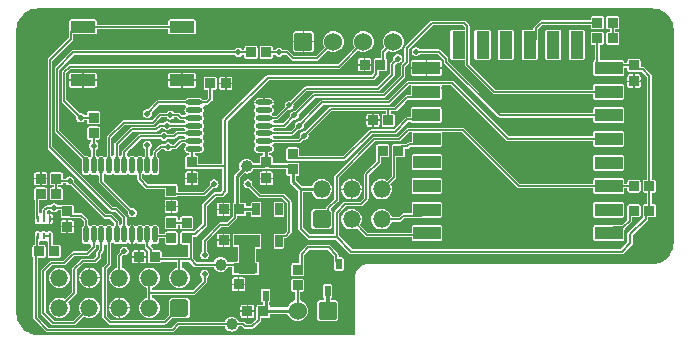
<source format=gbr>
%TF.GenerationSoftware,Altium Limited,Altium Designer,20.1.8 (145)*%
G04 Layer_Physical_Order=1*
G04 Layer_Color=2232046*
%FSLAX45Y45*%
%MOMM*%
%TF.SameCoordinates,A8D28DC8-49F5-44E5-8DCE-E7A12525CE2F*%
%TF.FilePolarity,Positive*%
%TF.FileFunction,Copper,L1,Top,Signal*%
%TF.Part,Single*%
G01*
G75*
%TA.AperFunction,ConnectorPad*%
G04:AMPARAMS|DCode=10|XSize=1.1mm|YSize=2.3mm|CornerRadius=0.0055mm|HoleSize=0mm|Usage=FLASHONLY|Rotation=270.000|XOffset=0mm|YOffset=0mm|HoleType=Round|Shape=RoundedRectangle|*
%AMROUNDEDRECTD10*
21,1,1.10000,2.28900,0,0,270.0*
21,1,1.08900,2.30000,0,0,270.0*
1,1,0.01100,-1.14450,-0.54450*
1,1,0.01100,-1.14450,0.54450*
1,1,0.01100,1.14450,0.54450*
1,1,0.01100,1.14450,-0.54450*
%
%ADD10ROUNDEDRECTD10*%
G04:AMPARAMS|DCode=11|XSize=1.1mm|YSize=2.3mm|CornerRadius=0.0055mm|HoleSize=0mm|Usage=FLASHONLY|Rotation=0.000|XOffset=0mm|YOffset=0mm|HoleType=Round|Shape=RoundedRectangle|*
%AMROUNDEDRECTD11*
21,1,1.10000,2.28900,0,0,0.0*
21,1,1.08900,2.30000,0,0,0.0*
1,1,0.01100,0.54450,-1.14450*
1,1,0.01100,-0.54450,-1.14450*
1,1,0.01100,-0.54450,1.14450*
1,1,0.01100,0.54450,1.14450*
%
%ADD11ROUNDEDRECTD11*%
%TA.AperFunction,SMDPad,CuDef*%
G04:AMPARAMS|DCode=12|XSize=0.85mm|YSize=0.85mm|CornerRadius=0.0425mm|HoleSize=0mm|Usage=FLASHONLY|Rotation=90.000|XOffset=0mm|YOffset=0mm|HoleType=Round|Shape=RoundedRectangle|*
%AMROUNDEDRECTD12*
21,1,0.85000,0.76500,0,0,90.0*
21,1,0.76500,0.85000,0,0,90.0*
1,1,0.08500,0.38250,0.38250*
1,1,0.08500,0.38250,-0.38250*
1,1,0.08500,-0.38250,-0.38250*
1,1,0.08500,-0.38250,0.38250*
%
%ADD12ROUNDEDRECTD12*%
%ADD13O,0.45000X1.40000*%
%ADD14O,1.40000X0.45000*%
G04:AMPARAMS|DCode=15|XSize=0.85mm|YSize=0.85mm|CornerRadius=0.0425mm|HoleSize=0mm|Usage=FLASHONLY|Rotation=0.000|XOffset=0mm|YOffset=0mm|HoleType=Round|Shape=RoundedRectangle|*
%AMROUNDEDRECTD15*
21,1,0.85000,0.76500,0,0,0.0*
21,1,0.76500,0.85000,0,0,0.0*
1,1,0.08500,0.38250,-0.38250*
1,1,0.08500,-0.38250,-0.38250*
1,1,0.08500,-0.38250,0.38250*
1,1,0.08500,0.38250,0.38250*
%
%ADD15ROUNDEDRECTD15*%
%ADD16C,1.00000*%
%ADD17C,0.50000*%
G04:AMPARAMS|DCode=18|XSize=0.55mm|YSize=0.9mm|CornerRadius=0.0275mm|HoleSize=0mm|Usage=FLASHONLY|Rotation=0.000|XOffset=0mm|YOffset=0mm|HoleType=Round|Shape=RoundedRectangle|*
%AMROUNDEDRECTD18*
21,1,0.55000,0.84500,0,0,0.0*
21,1,0.49500,0.90000,0,0,0.0*
1,1,0.05500,0.24750,-0.42250*
1,1,0.05500,-0.24750,-0.42250*
1,1,0.05500,-0.24750,0.42250*
1,1,0.05500,0.24750,0.42250*
%
%ADD18ROUNDEDRECTD18*%
G04:AMPARAMS|DCode=19|XSize=0.85mm|YSize=0.9mm|CornerRadius=0.0425mm|HoleSize=0mm|Usage=FLASHONLY|Rotation=90.000|XOffset=0mm|YOffset=0mm|HoleType=Round|Shape=RoundedRectangle|*
%AMROUNDEDRECTD19*
21,1,0.85000,0.81500,0,0,90.0*
21,1,0.76500,0.90000,0,0,90.0*
1,1,0.08500,0.40750,0.38250*
1,1,0.08500,0.40750,-0.38250*
1,1,0.08500,-0.40750,-0.38250*
1,1,0.08500,-0.40750,0.38250*
%
%ADD19ROUNDEDRECTD19*%
G04:AMPARAMS|DCode=20|XSize=0.85mm|YSize=0.9mm|CornerRadius=0.0425mm|HoleSize=0mm|Usage=FLASHONLY|Rotation=180.000|XOffset=0mm|YOffset=0mm|HoleType=Round|Shape=RoundedRectangle|*
%AMROUNDEDRECTD20*
21,1,0.85000,0.81500,0,0,180.0*
21,1,0.76500,0.90000,0,0,180.0*
1,1,0.08500,-0.38250,0.40750*
1,1,0.08500,0.38250,0.40750*
1,1,0.08500,0.38250,-0.40750*
1,1,0.08500,-0.38250,-0.40750*
%
%ADD20ROUNDEDRECTD20*%
G04:AMPARAMS|DCode=21|XSize=2.1mm|YSize=1mm|CornerRadius=0.05mm|HoleSize=0mm|Usage=FLASHONLY|Rotation=180.000|XOffset=0mm|YOffset=0mm|HoleType=Round|Shape=RoundedRectangle|*
%AMROUNDEDRECTD21*
21,1,2.10000,0.90000,0,0,180.0*
21,1,2.00000,1.00000,0,0,180.0*
1,1,0.10000,-1.00000,0.45000*
1,1,0.10000,1.00000,0.45000*
1,1,0.10000,1.00000,-0.45000*
1,1,0.10000,-1.00000,-0.45000*
%
%ADD21ROUNDEDRECTD21*%
G04:AMPARAMS|DCode=22|XSize=0.6mm|YSize=1.05mm|CornerRadius=0.03mm|HoleSize=0mm|Usage=FLASHONLY|Rotation=180.000|XOffset=0mm|YOffset=0mm|HoleType=Round|Shape=RoundedRectangle|*
%AMROUNDEDRECTD22*
21,1,0.60000,0.99000,0,0,180.0*
21,1,0.54000,1.05000,0,0,180.0*
1,1,0.06000,-0.27000,0.49500*
1,1,0.06000,0.27000,0.49500*
1,1,0.06000,0.27000,-0.49500*
1,1,0.06000,-0.27000,-0.49500*
%
%ADD22ROUNDEDRECTD22*%
G04:AMPARAMS|DCode=23|XSize=0.25mm|YSize=0.55mm|CornerRadius=0.0125mm|HoleSize=0mm|Usage=FLASHONLY|Rotation=0.000|XOffset=0mm|YOffset=0mm|HoleType=Round|Shape=RoundedRectangle|*
%AMROUNDEDRECTD23*
21,1,0.25000,0.52500,0,0,0.0*
21,1,0.22500,0.55000,0,0,0.0*
1,1,0.02500,0.11250,-0.26250*
1,1,0.02500,-0.11250,-0.26250*
1,1,0.02500,-0.11250,0.26250*
1,1,0.02500,0.11250,0.26250*
%
%ADD23ROUNDEDRECTD23*%
%TA.AperFunction,Conductor*%
%ADD24C,0.12700*%
%ADD25C,0.25400*%
%ADD26C,0.20320*%
%ADD27C,0.15240*%
%ADD28C,0.30480*%
%TA.AperFunction,ComponentPad*%
%ADD29C,1.50000*%
G04:AMPARAMS|DCode=30|XSize=1.5mm|YSize=1.45mm|CornerRadius=0.18125mm|HoleSize=0mm|Usage=FLASHONLY|Rotation=0.000|XOffset=0mm|YOffset=0mm|HoleType=Round|Shape=RoundedRectangle|*
%AMROUNDEDRECTD30*
21,1,1.50000,1.08750,0,0,0.0*
21,1,1.13750,1.45000,0,0,0.0*
1,1,0.36250,0.56875,-0.54375*
1,1,0.36250,-0.56875,-0.54375*
1,1,0.36250,-0.56875,0.54375*
1,1,0.36250,0.56875,0.54375*
%
%ADD30ROUNDEDRECTD30*%
%ADD31O,1.50000X1.45000*%
%ADD32C,1.52400*%
G04:AMPARAMS|DCode=33|XSize=1.524mm|YSize=1.524mm|CornerRadius=0.1905mm|HoleSize=0mm|Usage=FLASHONLY|Rotation=180.000|XOffset=0mm|YOffset=0mm|HoleType=Round|Shape=RoundedRectangle|*
%AMROUNDEDRECTD33*
21,1,1.52400,1.14300,0,0,180.0*
21,1,1.14300,1.52400,0,0,180.0*
1,1,0.38100,-0.57150,0.57150*
1,1,0.38100,0.57150,0.57150*
1,1,0.38100,0.57150,-0.57150*
1,1,0.38100,-0.57150,-0.57150*
%
%ADD33ROUNDEDRECTD33*%
%TA.AperFunction,ViaPad*%
%ADD34C,3.00000*%
%ADD35C,0.50000*%
G36*
X200000Y2781870D02*
X5400001D01*
X5400001Y2781870D01*
Y2781870D01*
X5417330Y2780781D01*
X5428495Y2779903D01*
X5456287Y2773230D01*
X5482693Y2762293D01*
X5507064Y2747359D01*
X5528797Y2728796D01*
X5547360Y2707062D01*
X5562294Y2682692D01*
X5573232Y2656286D01*
X5579904Y2628494D01*
X5582069Y2600990D01*
X5581872Y2600000D01*
Y800000D01*
X5582069Y799010D01*
X5579904Y771506D01*
X5573232Y743714D01*
X5562294Y717307D01*
X5547360Y692937D01*
X5528797Y671203D01*
X5507063Y652641D01*
X5482693Y637707D01*
X5456287Y626769D01*
X5428494Y620096D01*
X5400990Y617932D01*
X5400000Y618129D01*
X3000000Y618129D01*
Y618350D01*
X2976911Y616076D01*
X2954709Y609341D01*
X2934248Y598405D01*
X2916314Y583686D01*
X2901596Y565752D01*
X2890659Y545291D01*
X2883924Y523089D01*
X2881650Y500001D01*
X2881872D01*
Y18128D01*
X200000D01*
X199010Y17931D01*
X171506Y20096D01*
X143714Y26768D01*
X117307Y37706D01*
X92937Y52640D01*
X71203Y71203D01*
X52640Y92937D01*
X37706Y117307D01*
X26768Y143714D01*
X20096Y171506D01*
X17944Y198843D01*
X18128Y199769D01*
X18128Y2600000D01*
X17931Y2600989D01*
X20096Y2628493D01*
X26768Y2656285D01*
X37706Y2682691D01*
X52640Y2707062D01*
X71203Y2728796D01*
X92937Y2747358D01*
X117307Y2762292D01*
X143714Y2773230D01*
X171506Y2779903D01*
X199010Y2782067D01*
X200000Y2781870D01*
D02*
G37*
%LPC*%
G36*
X4974510Y2717452D02*
X4898010D01*
X4891396Y2716137D01*
X4885790Y2712390D01*
X4882043Y2706784D01*
X4880728Y2700170D01*
Y2681343D01*
X4463155D01*
X4463154Y2681343D01*
X4455721Y2679865D01*
X4449420Y2675654D01*
X4449419Y2675654D01*
X4400292Y2626527D01*
X4396082Y2620225D01*
X4394603Y2612792D01*
Y2601869D01*
X4310926D01*
X4305756Y2600841D01*
X4301373Y2597912D01*
X4298445Y2593529D01*
X4297417Y2588360D01*
Y2359459D01*
X4298445Y2354289D01*
X4301373Y2349907D01*
X4305756Y2346978D01*
X4310926Y2345950D01*
X4419826D01*
X4424996Y2346978D01*
X4429379Y2349907D01*
X4432307Y2354289D01*
X4433336Y2359459D01*
Y2521988D01*
X4433449Y2522560D01*
Y2604747D01*
X4471199Y2642497D01*
X4880728D01*
Y2623670D01*
X4882043Y2617056D01*
X4885790Y2611450D01*
X4891396Y2607703D01*
X4898010Y2606388D01*
X4974510D01*
X4981123Y2607703D01*
X4986730Y2611450D01*
X4990476Y2617056D01*
X4991792Y2623670D01*
Y2700170D01*
X4990476Y2706784D01*
X4986730Y2712390D01*
X4981123Y2716137D01*
X4974510Y2717452D01*
D02*
G37*
G36*
X1520000Y2688047D02*
X1320000D01*
X1313094Y2686673D01*
X1307239Y2682761D01*
X1303327Y2676906D01*
X1301953Y2670000D01*
Y2644423D01*
X698047D01*
Y2670000D01*
X696673Y2676906D01*
X692761Y2682761D01*
X686906Y2686673D01*
X680000Y2688047D01*
X480000D01*
X473094Y2686673D01*
X467239Y2682761D01*
X463327Y2676906D01*
X461953Y2670000D01*
Y2581483D01*
X461927Y2581350D01*
Y2532804D01*
X288053Y2358930D01*
X283842Y2352629D01*
X282364Y2345195D01*
Y1605765D01*
X283842Y1598332D01*
X288053Y1592031D01*
X812837Y1067246D01*
X819139Y1063036D01*
X826572Y1061557D01*
X826573Y1061557D01*
X855779D01*
X912157Y1005180D01*
Y955792D01*
X894377Y948245D01*
X886003Y956332D01*
Y972455D01*
X886003Y972457D01*
X884525Y979889D01*
X880314Y986191D01*
X832642Y1033863D01*
X826341Y1038073D01*
X818908Y1039552D01*
X776892D01*
X505305Y1311139D01*
X506533Y1320468D01*
X505238Y1330309D01*
X501439Y1339480D01*
X495396Y1347355D01*
X487521Y1353398D01*
X478350Y1357197D01*
X468508Y1358493D01*
X458666Y1357197D01*
X449495Y1353398D01*
X441620Y1347355D01*
X435892Y1339891D01*
X409859D01*
Y1378967D01*
X408544Y1385580D01*
X404798Y1391187D01*
X399191Y1394933D01*
X392578Y1396249D01*
X316077D01*
X309464Y1394933D01*
X303857Y1391187D01*
X300111Y1385580D01*
X298795Y1378967D01*
Y1302467D01*
X300111Y1295853D01*
X303857Y1290246D01*
X309464Y1286500D01*
X316077Y1285185D01*
X334906D01*
Y1266604D01*
X316078D01*
X309464Y1265289D01*
X303857Y1261543D01*
X300111Y1255936D01*
X298796Y1249322D01*
Y1172822D01*
X300111Y1166209D01*
X303857Y1160602D01*
X309464Y1156856D01*
X316078Y1155540D01*
X392578D01*
X399191Y1156856D01*
X404798Y1160602D01*
X408544Y1166209D01*
X409860Y1172822D01*
Y1249322D01*
X408544Y1255936D01*
X404798Y1261543D01*
X399191Y1265289D01*
X392578Y1266604D01*
X373752D01*
Y1285185D01*
X392578D01*
X399191Y1286500D01*
X404798Y1290246D01*
X408544Y1295853D01*
X409577Y1301044D01*
X435892D01*
X441620Y1293580D01*
X449495Y1287537D01*
X458666Y1283738D01*
X468508Y1282442D01*
X477837Y1283670D01*
X755112Y1006395D01*
X755113Y1006394D01*
X761414Y1002184D01*
X768847Y1000705D01*
X810862D01*
X847157Y964411D01*
Y945265D01*
X841475Y940905D01*
X826685D01*
X819332Y946547D01*
X810769Y950094D01*
X801580Y951304D01*
X792391Y950094D01*
X783828Y946547D01*
X776475Y940905D01*
X761685D01*
X754332Y946547D01*
X745769Y950094D01*
X736580Y951304D01*
X727391Y950094D01*
X718828Y946547D01*
X711475Y940905D01*
X696685D01*
X689332Y946547D01*
X680769Y950094D01*
X671580Y951304D01*
X662391Y950094D01*
X653828Y946547D01*
X646475Y940905D01*
X641977D01*
X626003Y956332D01*
Y988732D01*
X624525Y996165D01*
X620314Y1002466D01*
X580936Y1041844D01*
X574635Y1046055D01*
X567202Y1047533D01*
X502572D01*
Y1102510D01*
X501257Y1109124D01*
X497510Y1114730D01*
X491904Y1118477D01*
X485290Y1119792D01*
X408790D01*
X402176Y1118477D01*
X396570Y1114730D01*
X396320Y1114357D01*
X368924D01*
X363196Y1121822D01*
X355321Y1127865D01*
X346150Y1131663D01*
X336308Y1132959D01*
X326466Y1131663D01*
X317295Y1127865D01*
X309420Y1121822D01*
X303692Y1114357D01*
X277165D01*
X269732Y1112878D01*
X263431Y1108668D01*
X241344Y1086582D01*
X237134Y1080280D01*
X235655Y1072847D01*
Y1052315D01*
X223928Y1045208D01*
X212201Y1052315D01*
Y1155540D01*
X262578D01*
X269191Y1156856D01*
X274798Y1160602D01*
X278544Y1166209D01*
X279860Y1172822D01*
Y1249322D01*
X278544Y1255936D01*
X274798Y1261543D01*
X269191Y1265289D01*
X262578Y1266604D01*
X186078D01*
X179464Y1265289D01*
X173857Y1261543D01*
X170111Y1255936D01*
X168796Y1249322D01*
Y1172822D01*
X170111Y1166209D01*
X173355Y1161354D01*
Y1003734D01*
X173455Y1003231D01*
Y971334D01*
X174538Y965891D01*
X177621Y961276D01*
X182235Y958193D01*
X187678Y957111D01*
X210178D01*
X215621Y958193D01*
X220235Y961276D01*
X227621D01*
X232236Y958193D01*
X237678Y957111D01*
X260178D01*
X265621Y958193D01*
X270236Y961276D01*
X277621D01*
X282235Y958193D01*
X287678Y957111D01*
X292578D01*
Y997584D01*
Y1038057D01*
X287679D01*
X275162Y1050886D01*
X274502Y1052184D01*
Y1064802D01*
X285211Y1075511D01*
X303692D01*
X309420Y1068046D01*
X317295Y1062003D01*
X326466Y1058204D01*
X336308Y1056908D01*
X346150Y1058204D01*
X355321Y1062003D01*
X363196Y1068046D01*
X368924Y1075511D01*
X391508D01*
Y1026010D01*
X392823Y1019396D01*
X396570Y1013790D01*
X402176Y1010043D01*
X408790Y1008728D01*
X482982D01*
X483190Y1008687D01*
X483191Y1008687D01*
X559157D01*
X587157Y980687D01*
Y945265D01*
X581475Y940905D01*
X575833Y933552D01*
X572286Y924989D01*
X571076Y915800D01*
Y820800D01*
X572286Y811611D01*
X575833Y803048D01*
X581475Y795695D01*
X588828Y790053D01*
X597391Y786506D01*
X606580Y785296D01*
X615769Y786506D01*
X624332Y790053D01*
X631685Y795695D01*
X636183D01*
X649778Y782565D01*
X649892Y763505D01*
X611168Y724781D01*
X499401D01*
X491968Y723303D01*
X485667Y719093D01*
X411082Y644508D01*
X313632D01*
X313630Y644508D01*
X306198Y643029D01*
X299896Y638819D01*
X232249Y571172D01*
X228038Y564871D01*
X226560Y557438D01*
Y199208D01*
X228038Y191775D01*
X232249Y185474D01*
X313090Y104633D01*
X313090Y104633D01*
X319392Y100422D01*
X326825Y98944D01*
X507306D01*
X514739Y100422D01*
X521040Y104633D01*
X590473Y174065D01*
X601137Y168365D01*
X617197Y163493D01*
X633899Y161848D01*
X638899D01*
X655601Y163493D01*
X671662Y168365D01*
X686463Y176276D01*
X699436Y186923D01*
X710083Y199896D01*
X717995Y214698D01*
X722866Y230758D01*
X724511Y247460D01*
X722866Y264162D01*
X717995Y280222D01*
X710083Y295024D01*
X699436Y307997D01*
X686463Y318644D01*
X671662Y326555D01*
X655601Y331427D01*
X638899Y333072D01*
X633899D01*
X617197Y331427D01*
X601137Y326555D01*
X586336Y318644D01*
X573362Y307997D01*
X562715Y295024D01*
X554804Y280222D01*
X549932Y264162D01*
X548287Y247460D01*
X549932Y230758D01*
X554804Y214698D01*
X562246Y200775D01*
X499261Y137790D01*
X334870D01*
X265406Y207254D01*
Y549392D01*
X321676Y605662D01*
X419127D01*
X426560Y607140D01*
X432862Y611351D01*
X507446Y685935D01*
X619213D01*
X626646Y687414D01*
X632948Y691624D01*
X685314Y743990D01*
X685314Y743991D01*
X689525Y750292D01*
X691003Y757725D01*
X691003Y757726D01*
Y780808D01*
X708783Y788355D01*
X717157Y780268D01*
Y742630D01*
X699746Y725219D01*
X695536Y718918D01*
X694057Y711485D01*
Y683079D01*
X674610Y663632D01*
X577317D01*
X577316Y663632D01*
X569883Y662153D01*
X563582Y657943D01*
X563581Y657942D01*
X494266Y588627D01*
X490055Y582326D01*
X488577Y574893D01*
Y381106D01*
X428326Y320855D01*
X417662Y326555D01*
X401601Y331427D01*
X384899Y333072D01*
X379899D01*
X363197Y331427D01*
X347137Y326555D01*
X332336Y318644D01*
X319362Y307997D01*
X308715Y295024D01*
X300804Y280222D01*
X295932Y264162D01*
X294287Y247460D01*
X295932Y230758D01*
X300804Y214698D01*
X308715Y199896D01*
X319362Y186923D01*
X332336Y176276D01*
X347137Y168365D01*
X363197Y163493D01*
X379899Y161848D01*
X384899D01*
X401601Y163493D01*
X417662Y168365D01*
X432463Y176276D01*
X445436Y186923D01*
X456083Y199896D01*
X463994Y214698D01*
X468866Y230758D01*
X470511Y247460D01*
X468866Y264162D01*
X463994Y280222D01*
X456553Y294145D01*
X521734Y359326D01*
X521734Y359326D01*
X525945Y365628D01*
X527423Y373060D01*
Y566847D01*
X585361Y624785D01*
X682655D01*
X690088Y626264D01*
X696390Y630474D01*
X727214Y661299D01*
X731425Y667600D01*
X732903Y675033D01*
Y703440D01*
X750314Y720850D01*
X754525Y727152D01*
X756003Y734585D01*
Y780808D01*
X773783Y788355D01*
X782157Y780268D01*
Y626710D01*
X750806Y595359D01*
X746595Y589058D01*
X745117Y581625D01*
Y172312D01*
X746595Y164879D01*
X750806Y158578D01*
X799535Y109849D01*
X805836Y105638D01*
X813269Y104160D01*
X1272022D01*
X1279455Y105638D01*
X1285756Y109849D01*
X1338221Y162313D01*
X1341524Y161656D01*
X1455274D01*
X1467302Y164048D01*
X1477498Y170861D01*
X1484311Y181058D01*
X1486703Y193085D01*
Y301835D01*
X1484311Y313862D01*
X1477498Y324059D01*
X1467302Y330872D01*
X1455274Y333264D01*
X1341524D01*
X1329497Y330872D01*
X1319301Y324059D01*
X1312488Y313862D01*
X1310095Y301835D01*
Y193085D01*
X1310753Y189782D01*
X1263977Y143006D01*
X821314D01*
X783963Y180357D01*
Y573579D01*
X815314Y604930D01*
X815314Y604931D01*
X819525Y611232D01*
X821003Y618665D01*
X821003Y618666D01*
Y791335D01*
X826685Y795695D01*
X841475D01*
X848828Y790053D01*
X857391Y786506D01*
X866580Y785296D01*
X875769Y786506D01*
X884332Y790053D01*
X891685Y795695D01*
X906475D01*
X913828Y790053D01*
X922391Y786506D01*
X931580Y785296D01*
X940769Y786506D01*
X949332Y790053D01*
X956685Y795695D01*
X971475D01*
X978828Y790053D01*
X987391Y786506D01*
X990230Y786132D01*
Y868300D01*
Y950468D01*
X987391Y950094D01*
X978828Y946547D01*
X971475Y940905D01*
X966977D01*
X951003Y956332D01*
Y1013224D01*
X951003Y1013225D01*
X949525Y1020658D01*
X945314Y1026960D01*
X877559Y1094715D01*
X871258Y1098925D01*
X863825Y1100404D01*
X834617D01*
X321210Y1613811D01*
Y2337150D01*
X495084Y2511024D01*
X495084Y2511024D01*
X499295Y2517326D01*
X500773Y2524758D01*
X500773Y2524760D01*
Y2561953D01*
X680000D01*
X686906Y2563327D01*
X692761Y2567239D01*
X696673Y2573094D01*
X698047Y2580000D01*
Y2605577D01*
X1301953D01*
Y2580000D01*
X1303327Y2573094D01*
X1307239Y2567239D01*
X1313094Y2563327D01*
X1320000Y2561953D01*
X1520000D01*
X1526906Y2563327D01*
X1532761Y2567239D01*
X1536673Y2573094D01*
X1538047Y2580000D01*
Y2670000D01*
X1536673Y2676906D01*
X1532761Y2682761D01*
X1526906Y2686673D01*
X1520000Y2688047D01*
D02*
G37*
G36*
X2504850Y2589522D02*
X2454050D01*
Y2506350D01*
X2537222D01*
Y2557150D01*
X2534758Y2569538D01*
X2527740Y2580040D01*
X2517238Y2587058D01*
X2504850Y2589522D01*
D02*
G37*
G36*
X2441350D02*
X2390550D01*
X2378162Y2587058D01*
X2367659Y2580040D01*
X2360642Y2569538D01*
X2358178Y2557150D01*
Y2506350D01*
X2441350D01*
Y2589522D01*
D02*
G37*
G36*
X5104510Y2717452D02*
X5028010D01*
X5021396Y2716137D01*
X5015790Y2712390D01*
X5012043Y2706784D01*
X5010728Y2700170D01*
Y2623670D01*
X5012043Y2617056D01*
X5015790Y2611450D01*
X5021396Y2607703D01*
X5028010Y2606388D01*
X5046837D01*
Y2585372D01*
X5028010D01*
X5021396Y2584057D01*
X5015790Y2580310D01*
X5012043Y2574704D01*
X5010728Y2568090D01*
Y2491590D01*
X5012043Y2484976D01*
X5015790Y2479370D01*
X5021396Y2475623D01*
X5028010Y2474308D01*
X5104510D01*
X5111123Y2475623D01*
X5116730Y2479370D01*
X5120476Y2484976D01*
X5121792Y2491590D01*
Y2568090D01*
X5120476Y2574704D01*
X5116730Y2580310D01*
X5111123Y2584057D01*
X5104510Y2585372D01*
X5085683D01*
Y2606388D01*
X5104510D01*
X5111123Y2607703D01*
X5116730Y2611450D01*
X5120476Y2617056D01*
X5121792Y2623670D01*
Y2700170D01*
X5120476Y2706784D01*
X5116730Y2712390D01*
X5111123Y2716137D01*
X5104510Y2717452D01*
D02*
G37*
G36*
X2955700Y2589330D02*
X2938273Y2587614D01*
X2921515Y2582530D01*
X2906071Y2574275D01*
X2892534Y2563166D01*
X2881425Y2549629D01*
X2873170Y2534185D01*
X2868086Y2517427D01*
X2866370Y2500000D01*
X2868086Y2482572D01*
X2873170Y2465815D01*
X2880442Y2452210D01*
X2736796Y2308564D01*
X469148D01*
X469147Y2308564D01*
X461714Y2307086D01*
X455412Y2302875D01*
X408615Y2256078D01*
X404405Y2249777D01*
X402927Y2242344D01*
Y1995862D01*
X404405Y1988429D01*
X408615Y1982128D01*
X524543Y1866200D01*
X523315Y1856872D01*
X524610Y1847030D01*
X528409Y1837859D01*
X534452Y1829984D01*
X542327Y1823941D01*
X551498Y1820142D01*
X561340Y1818846D01*
X571182Y1820142D01*
X580353Y1823941D01*
X588228Y1829984D01*
X593956Y1837448D01*
X616048D01*
Y1818621D01*
X617364Y1812008D01*
X621110Y1806401D01*
X626717Y1802655D01*
X633330Y1801340D01*
X709830D01*
X716444Y1802655D01*
X722050Y1806401D01*
X725797Y1812008D01*
X727112Y1818621D01*
Y1895122D01*
X725797Y1901735D01*
X722050Y1907342D01*
X716444Y1911088D01*
X709830Y1912404D01*
X633330D01*
X626717Y1911088D01*
X621110Y1907342D01*
X617364Y1901735D01*
X616048Y1895122D01*
Y1876295D01*
X593956D01*
X588228Y1883760D01*
X580353Y1889802D01*
X571182Y1893601D01*
X561340Y1894897D01*
X552011Y1893669D01*
X441773Y2003907D01*
Y2234299D01*
X477192Y2269718D01*
X2744841D01*
X2752274Y2271196D01*
X2758575Y2275407D01*
X2907910Y2424741D01*
X2921515Y2417469D01*
X2938273Y2412386D01*
X2955700Y2410670D01*
X2973127Y2412386D01*
X2989885Y2417469D01*
X3005329Y2425724D01*
X3018866Y2436834D01*
X3029975Y2450371D01*
X3038230Y2465815D01*
X3043314Y2482572D01*
X3045030Y2500000D01*
X3043314Y2517427D01*
X3038230Y2534185D01*
X3029975Y2549629D01*
X3018866Y2563166D01*
X3005329Y2574275D01*
X2989885Y2582530D01*
X2973127Y2587614D01*
X2955700Y2589330D01*
D02*
G37*
G36*
X2537222Y2493650D02*
X2454050D01*
Y2410478D01*
X2504850D01*
X2517238Y2412942D01*
X2527740Y2419959D01*
X2534758Y2430461D01*
X2537222Y2442850D01*
Y2493650D01*
D02*
G37*
G36*
X2441350D02*
X2358178D01*
Y2442850D01*
X2360642Y2430461D01*
X2367659Y2419959D01*
X2378162Y2412942D01*
X2390550Y2410478D01*
X2441350D01*
Y2493650D01*
D02*
G37*
G36*
X2701700Y2589330D02*
X2684273Y2587614D01*
X2667515Y2582530D01*
X2652071Y2574275D01*
X2638534Y2563166D01*
X2627425Y2549629D01*
X2619170Y2534185D01*
X2614086Y2517427D01*
X2612370Y2500000D01*
X2614086Y2482572D01*
X2619170Y2465815D01*
X2626441Y2452210D01*
X2553211Y2378979D01*
X2370354D01*
X2325122Y2424212D01*
X2318821Y2428422D01*
X2311388Y2429901D01*
X2274111D01*
X2268383Y2437366D01*
X2260508Y2443409D01*
X2251337Y2447207D01*
X2241495Y2448503D01*
X2231653Y2447207D01*
X2222482Y2443409D01*
X2214607Y2437366D01*
X2208879Y2429901D01*
X2189301D01*
Y2448728D01*
X2187985Y2455341D01*
X2184239Y2460948D01*
X2178632Y2464694D01*
X2172019Y2466010D01*
X2095519D01*
X2088905Y2464694D01*
X2083299Y2460948D01*
X2079552Y2455341D01*
X2078237Y2448728D01*
Y2372228D01*
X2079552Y2365614D01*
X2083299Y2360007D01*
X2088905Y2356261D01*
X2095519Y2354946D01*
X2172019D01*
X2178632Y2356261D01*
X2184239Y2360007D01*
X2187985Y2365614D01*
X2189301Y2372228D01*
Y2391055D01*
X2208879D01*
X2214607Y2383590D01*
X2222482Y2377547D01*
X2231653Y2373748D01*
X2241495Y2372452D01*
X2251337Y2373748D01*
X2260508Y2377547D01*
X2268383Y2383590D01*
X2274111Y2391055D01*
X2303342D01*
X2348575Y2345822D01*
X2354876Y2341612D01*
X2362309Y2340133D01*
X2362310Y2340133D01*
X2561256D01*
X2568690Y2341612D01*
X2574991Y2345822D01*
X2653910Y2424741D01*
X2667515Y2417469D01*
X2684273Y2412386D01*
X2701700Y2410670D01*
X2719127Y2412386D01*
X2735885Y2417469D01*
X2751329Y2425724D01*
X2764866Y2436834D01*
X2775975Y2450371D01*
X2784230Y2465815D01*
X2789314Y2482572D01*
X2791030Y2500000D01*
X2789314Y2517427D01*
X2784230Y2534185D01*
X2775975Y2549629D01*
X2764866Y2563166D01*
X2751329Y2574275D01*
X2735885Y2582530D01*
X2719127Y2587614D01*
X2701700Y2589330D01*
D02*
G37*
G36*
X3209700D02*
X3192273Y2587614D01*
X3175515Y2582530D01*
X3160071Y2574275D01*
X3146534Y2563166D01*
X3135425Y2549629D01*
X3127170Y2534185D01*
X3122086Y2517427D01*
X3120370Y2500000D01*
X3122086Y2482572D01*
X3127170Y2465815D01*
X3132528Y2455790D01*
X3107582Y2430844D01*
X3102529Y2423282D01*
X3100755Y2414363D01*
Y2359312D01*
X3059510D01*
X3052897Y2357997D01*
X3047290Y2354250D01*
X3043544Y2348644D01*
X3042228Y2342030D01*
Y2272023D01*
X3042112Y2271440D01*
Y2237519D01*
X3024035Y2219442D01*
X2145475D01*
X2136556Y2217668D01*
X2128994Y2212616D01*
X1766999Y1850621D01*
X1761946Y1843059D01*
X1760172Y1834140D01*
Y1466748D01*
X1558012D01*
Y1519030D01*
X1556697Y1525643D01*
X1552950Y1531250D01*
X1547344Y1534996D01*
X1540730Y1536312D01*
X1525788D01*
Y1559496D01*
X1570300D01*
X1579489Y1560706D01*
X1588052Y1564253D01*
X1595405Y1569895D01*
X1601047Y1577248D01*
X1604594Y1585811D01*
X1605804Y1595000D01*
X1604594Y1604189D01*
X1601047Y1612752D01*
X1595405Y1620105D01*
Y1634895D01*
X1601047Y1642248D01*
X1604594Y1650811D01*
X1605804Y1660000D01*
X1604594Y1669189D01*
X1601047Y1677752D01*
X1595405Y1685105D01*
Y1699895D01*
X1601047Y1707248D01*
X1604594Y1715811D01*
X1605804Y1725000D01*
X1604594Y1734189D01*
X1601047Y1742752D01*
X1595405Y1750105D01*
Y1764895D01*
X1601047Y1772248D01*
X1604594Y1780811D01*
X1605804Y1790000D01*
X1604594Y1799189D01*
X1601047Y1807752D01*
X1595405Y1815105D01*
Y1829895D01*
X1601047Y1837248D01*
X1604594Y1845811D01*
X1605804Y1855000D01*
X1604594Y1864189D01*
X1601047Y1872752D01*
X1595405Y1880105D01*
Y1894895D01*
X1601047Y1902248D01*
X1604594Y1910811D01*
X1605804Y1920000D01*
X1604594Y1929189D01*
X1601047Y1937752D01*
X1595405Y1945105D01*
Y1949602D01*
X1610832Y1965577D01*
X1629760D01*
X1637193Y1967055D01*
X1643494Y1971266D01*
X1673912Y2001684D01*
X1678123Y2007985D01*
X1679601Y2015418D01*
Y2091206D01*
X1698428D01*
X1705042Y2092521D01*
X1710648Y2096268D01*
X1714395Y2101874D01*
X1715710Y2108488D01*
Y2184988D01*
X1714395Y2191601D01*
X1710648Y2197208D01*
X1705042Y2200954D01*
X1698428Y2202270D01*
X1621928D01*
X1615315Y2200954D01*
X1609708Y2197208D01*
X1605961Y2191601D01*
X1604646Y2184988D01*
Y2108488D01*
X1605961Y2101874D01*
X1609708Y2096268D01*
X1615315Y2092521D01*
X1621928Y2091206D01*
X1640755D01*
Y2023464D01*
X1621714Y2004423D01*
X1599765D01*
X1595405Y2010105D01*
X1588052Y2015747D01*
X1579489Y2019294D01*
X1570300Y2020503D01*
X1475300D01*
X1466111Y2019294D01*
X1457548Y2015747D01*
X1450195Y2010105D01*
X1445836Y2004424D01*
X1220594D01*
X1213161Y2002945D01*
X1206860Y1998735D01*
X1135909Y1927784D01*
X1126580Y1929012D01*
X1116738Y1927716D01*
X1107567Y1923917D01*
X1099692Y1917874D01*
X1093649Y1909999D01*
X1089850Y1900828D01*
X1088555Y1890986D01*
X1089850Y1881145D01*
X1093649Y1871974D01*
X1099692Y1864098D01*
X1107567Y1858055D01*
X1116738Y1854257D01*
X1126580Y1852961D01*
X1136422Y1854257D01*
X1145593Y1858055D01*
X1153468Y1864098D01*
X1159511Y1871974D01*
X1163310Y1881145D01*
X1164605Y1890986D01*
X1163377Y1900315D01*
X1228640Y1965577D01*
X1445835D01*
X1446515Y1964692D01*
X1450195Y1945105D01*
X1444553Y1937752D01*
X1441006Y1929189D01*
X1439796Y1920000D01*
X1441006Y1910811D01*
X1444553Y1902248D01*
X1450195Y1894895D01*
Y1890397D01*
X1436135Y1875838D01*
X1417630Y1875735D01*
X1401106Y1892258D01*
X1394805Y1896468D01*
X1387372Y1897947D01*
X1354692D01*
X1348964Y1905412D01*
X1341089Y1911455D01*
X1331918Y1915253D01*
X1322076Y1916549D01*
X1312235Y1915253D01*
X1303064Y1911455D01*
X1295188Y1905412D01*
X1289460Y1897947D01*
X1235635D01*
X1235633Y1897947D01*
X1228200Y1896468D01*
X1221899Y1892258D01*
X1164129Y1834488D01*
X924794D01*
X917361Y1833009D01*
X911060Y1828799D01*
X787846Y1705585D01*
X783635Y1699284D01*
X782157Y1691851D01*
Y1530265D01*
X776475Y1525905D01*
X761685D01*
X754332Y1531547D01*
X745769Y1535094D01*
X736580Y1536304D01*
X727391Y1535094D01*
X718828Y1531547D01*
X711475Y1525905D01*
X706978D01*
X691003Y1541332D01*
Y1587049D01*
X698468Y1592777D01*
X704511Y1600652D01*
X708310Y1609823D01*
X709605Y1619665D01*
X708310Y1629507D01*
X704511Y1638678D01*
X698468Y1646553D01*
X691003Y1652281D01*
Y1671340D01*
X709830D01*
X716444Y1672655D01*
X722050Y1676401D01*
X725797Y1682008D01*
X727112Y1688621D01*
Y1765122D01*
X725797Y1771735D01*
X722050Y1777342D01*
X716444Y1781088D01*
X709830Y1782404D01*
X633330D01*
X626717Y1781088D01*
X621110Y1777342D01*
X617364Y1771735D01*
X616048Y1765122D01*
Y1688621D01*
X617364Y1682008D01*
X621110Y1676401D01*
X626717Y1672655D01*
X633330Y1671340D01*
X652157D01*
Y1652281D01*
X644692Y1646553D01*
X638649Y1638678D01*
X634850Y1629507D01*
X633555Y1619665D01*
X634850Y1609823D01*
X638649Y1600652D01*
X644692Y1592777D01*
X652157Y1587049D01*
Y1530265D01*
X646475Y1525905D01*
X631685D01*
X624332Y1531547D01*
X615769Y1535094D01*
X606580Y1536304D01*
X599401Y1535359D01*
X379653Y1755106D01*
Y2263749D01*
X506959Y2391055D01*
X1865152D01*
X1870880Y2383590D01*
X1878756Y2377547D01*
X1887927Y2373748D01*
X1897768Y2372452D01*
X1907610Y2373748D01*
X1916781Y2377547D01*
X1924656Y2383590D01*
X1930384Y2391055D01*
X1948237D01*
Y2372228D01*
X1949552Y2365614D01*
X1953299Y2360007D01*
X1958905Y2356261D01*
X1965519Y2354946D01*
X2042019D01*
X2048632Y2356261D01*
X2054239Y2360007D01*
X2057985Y2365614D01*
X2059301Y2372228D01*
Y2448728D01*
X2057985Y2455341D01*
X2054239Y2460948D01*
X2048632Y2464694D01*
X2042019Y2466010D01*
X1965519D01*
X1958905Y2464694D01*
X1953299Y2460948D01*
X1949552Y2455341D01*
X1948237Y2448728D01*
Y2429901D01*
X1930384D01*
X1924656Y2437366D01*
X1916781Y2443409D01*
X1907610Y2447207D01*
X1897768Y2448503D01*
X1887927Y2447207D01*
X1878756Y2443409D01*
X1870880Y2437366D01*
X1865152Y2429901D01*
X498915D01*
X498914Y2429901D01*
X491481Y2428422D01*
X485179Y2424212D01*
X346496Y2285529D01*
X342286Y2279227D01*
X340807Y2271794D01*
Y1747061D01*
X342286Y1739628D01*
X346496Y1733326D01*
X572001Y1507822D01*
X571076Y1500800D01*
Y1405800D01*
X572286Y1396611D01*
X575833Y1388048D01*
X581475Y1380695D01*
X588828Y1375053D01*
X597391Y1371506D01*
X606580Y1370296D01*
X615769Y1371506D01*
X624332Y1375053D01*
X631685Y1380695D01*
X646475D01*
X653828Y1375053D01*
X662391Y1371506D01*
X671580Y1370296D01*
X680769Y1371506D01*
X689332Y1375053D01*
X696685Y1380695D01*
X701182D01*
X717157Y1365268D01*
Y1315005D01*
X718635Y1307572D01*
X722846Y1301271D01*
X963068Y1061049D01*
X961840Y1051721D01*
X963135Y1041879D01*
X966934Y1032708D01*
X972977Y1024833D01*
X980852Y1018790D01*
X990023Y1014991D01*
X999865Y1013695D01*
X1009707Y1014991D01*
X1018878Y1018790D01*
X1026753Y1024833D01*
X1032796Y1032708D01*
X1036595Y1041879D01*
X1037890Y1051721D01*
X1036595Y1061562D01*
X1032796Y1070733D01*
X1026753Y1078608D01*
X1018878Y1084651D01*
X1009707Y1088450D01*
X999865Y1089746D01*
X990536Y1088518D01*
X756003Y1323051D01*
Y1376336D01*
X761685Y1380695D01*
X776475D01*
X783828Y1375053D01*
X792391Y1371506D01*
X801580Y1370296D01*
X810769Y1371506D01*
X819332Y1375053D01*
X826685Y1380695D01*
X841475D01*
X848828Y1375053D01*
X857391Y1371506D01*
X866580Y1370296D01*
X875769Y1371506D01*
X884332Y1375053D01*
X891685Y1380695D01*
X906475D01*
X913828Y1375053D01*
X922391Y1371506D01*
X931580Y1370296D01*
X940769Y1371506D01*
X949332Y1375053D01*
X956685Y1380695D01*
X971475D01*
X978828Y1375053D01*
X987391Y1371506D01*
X996580Y1370296D01*
X1005769Y1371506D01*
X1014332Y1375053D01*
X1021685Y1380695D01*
X1026183D01*
X1042157Y1365268D01*
Y1334330D01*
X1043635Y1326897D01*
X1047846Y1320596D01*
X1109450Y1258991D01*
X1109451Y1258991D01*
X1115752Y1254780D01*
X1123185Y1253302D01*
X1273228D01*
Y1198325D01*
X1274544Y1191711D01*
X1278290Y1186105D01*
X1283897Y1182358D01*
X1290510Y1181043D01*
X1367010D01*
X1373624Y1182358D01*
X1379230Y1186105D01*
X1381325Y1189240D01*
X1602024D01*
X1609458Y1190718D01*
X1615759Y1194929D01*
X1681672Y1260842D01*
X1691001Y1259614D01*
X1700842Y1260910D01*
X1710013Y1264708D01*
X1717889Y1270751D01*
X1723932Y1278627D01*
X1727730Y1287798D01*
X1729026Y1297639D01*
X1727730Y1307481D01*
X1723932Y1316652D01*
X1717889Y1324527D01*
X1710013Y1330570D01*
X1700842Y1334369D01*
X1691001Y1335665D01*
X1681159Y1334369D01*
X1671988Y1330570D01*
X1664113Y1324527D01*
X1658070Y1316652D01*
X1654271Y1307481D01*
X1652975Y1297639D01*
X1654203Y1288311D01*
X1593979Y1228086D01*
X1384292D01*
Y1274825D01*
X1382977Y1281438D01*
X1379230Y1287045D01*
X1373624Y1290791D01*
X1367010Y1292107D01*
X1292817D01*
X1292610Y1292148D01*
X1131230D01*
X1081003Y1342376D01*
Y1376336D01*
X1086685Y1380695D01*
X1101475D01*
X1108828Y1375053D01*
X1117391Y1371506D01*
X1126580Y1370296D01*
X1135769Y1371506D01*
X1144332Y1375053D01*
X1151685Y1380695D01*
X1166475D01*
X1173828Y1375053D01*
X1182391Y1371506D01*
X1191580Y1370296D01*
X1200769Y1371506D01*
X1209332Y1375053D01*
X1216685Y1380695D01*
X1222327Y1388048D01*
X1225874Y1396611D01*
X1227084Y1405800D01*
Y1500800D01*
X1225874Y1509989D01*
X1222327Y1518552D01*
X1216685Y1525905D01*
X1211003Y1530265D01*
Y1555632D01*
X1246494Y1591123D01*
X1266814D01*
X1272542Y1583658D01*
X1280417Y1577615D01*
X1289588Y1573816D01*
X1299430Y1572521D01*
X1309271Y1573816D01*
X1318442Y1577615D01*
X1326318Y1583658D01*
X1332046Y1591123D01*
X1363761D01*
X1371194Y1592601D01*
X1377495Y1596812D01*
X1421260Y1640577D01*
X1445836D01*
X1450195Y1634895D01*
Y1620104D01*
X1444553Y1612752D01*
X1441006Y1604189D01*
X1439796Y1595000D01*
X1441006Y1585811D01*
X1444553Y1577248D01*
X1450195Y1569895D01*
X1457548Y1564253D01*
X1466111Y1560706D01*
X1475300Y1559496D01*
X1479172D01*
Y1536312D01*
X1464230D01*
X1457617Y1534996D01*
X1452010Y1531250D01*
X1448264Y1525643D01*
X1446948Y1519030D01*
Y1437530D01*
X1448264Y1430917D01*
X1452010Y1425310D01*
X1457617Y1421564D01*
X1464230Y1420248D01*
X1534237D01*
X1534820Y1420132D01*
X1760172D01*
Y1243419D01*
X1745790Y1229037D01*
X1695543D01*
X1686623Y1227263D01*
X1679062Y1222210D01*
X1593879Y1137028D01*
X1588826Y1129466D01*
X1587052Y1120547D01*
Y957361D01*
X1522839Y893148D01*
X1492840D01*
X1492258Y893032D01*
X1422250D01*
X1415636Y891717D01*
X1410030Y887971D01*
X1406283Y882364D01*
X1404968Y875750D01*
Y799250D01*
X1406283Y792637D01*
X1410030Y787030D01*
X1415636Y783284D01*
X1422250Y781968D01*
X1469532D01*
Y679860D01*
X1247391D01*
Y715803D01*
X1246076Y722416D01*
X1242330Y728023D01*
X1236723Y731769D01*
X1230110Y733085D01*
X1177827D01*
Y739316D01*
X1176053Y748235D01*
X1171000Y755797D01*
X1154945Y771852D01*
X1156174Y781562D01*
X1173174Y789738D01*
X1175016Y789561D01*
X1182391Y786506D01*
X1191580Y785296D01*
X1200769Y786506D01*
X1209332Y790053D01*
X1216685Y795695D01*
X1222327Y803048D01*
X1225874Y811611D01*
X1227084Y820800D01*
Y833891D01*
X1273228D01*
Y799250D01*
X1274544Y792636D01*
X1278290Y787030D01*
X1283897Y783283D01*
X1290510Y781968D01*
X1367010D01*
X1373624Y783283D01*
X1379230Y787030D01*
X1382977Y792636D01*
X1384292Y799250D01*
Y875750D01*
X1382977Y882363D01*
X1379230Y887970D01*
X1373624Y891717D01*
X1367010Y893032D01*
X1290510D01*
X1283897Y891717D01*
X1278290Y887970D01*
X1274544Y882363D01*
X1273228Y875750D01*
Y875327D01*
X1227084D01*
Y915800D01*
X1225874Y924989D01*
X1222327Y933552D01*
X1216685Y940905D01*
X1209332Y946547D01*
X1200769Y950094D01*
X1191580Y951304D01*
X1182391Y950094D01*
X1173828Y946547D01*
X1166475Y940905D01*
X1151685D01*
X1144332Y946547D01*
X1135769Y950094D01*
X1126580Y951304D01*
X1117391Y950094D01*
X1108828Y946547D01*
X1101475Y940905D01*
X1086685D01*
X1079332Y946547D01*
X1070769Y950094D01*
X1061580Y951304D01*
X1052391Y950094D01*
X1043828Y946547D01*
X1036475Y940905D01*
X1021685D01*
X1014332Y946547D01*
X1005769Y950094D01*
X1002930Y950468D01*
Y868300D01*
Y786132D01*
X1005769Y786506D01*
X1014332Y790053D01*
X1021685Y795695D01*
X1036475D01*
X1043828Y790053D01*
X1052391Y786506D01*
X1061580Y785296D01*
X1070769Y786506D01*
X1079332Y790053D01*
X1085774Y794996D01*
X1090035Y794162D01*
X1103272Y788105D01*
Y767255D01*
X1105046Y758336D01*
X1110099Y750774D01*
X1131212Y729661D01*
Y681913D01*
X1131328Y681329D01*
Y639303D01*
X1132643Y632689D01*
X1136389Y627082D01*
X1141996Y623336D01*
X1148610Y622021D01*
X1230110D01*
X1236723Y623336D01*
X1242330Y627082D01*
X1246076Y632689D01*
X1246186Y633245D01*
X1375091D01*
Y584182D01*
X1363137Y580555D01*
X1348336Y572644D01*
X1335362Y561997D01*
X1324715Y549024D01*
X1316804Y534222D01*
X1311932Y518162D01*
X1310287Y501460D01*
X1311932Y484758D01*
X1316804Y468698D01*
X1324715Y453896D01*
X1335362Y440923D01*
X1348336Y430276D01*
X1363137Y422365D01*
X1379197Y417493D01*
X1395899Y415848D01*
X1400899D01*
X1417601Y417493D01*
X1433662Y422365D01*
X1448463Y430276D01*
X1461436Y440923D01*
X1472083Y453896D01*
X1479994Y468698D01*
X1484866Y484758D01*
X1486511Y501460D01*
X1484866Y518162D01*
X1479994Y534222D01*
X1472083Y549024D01*
X1461436Y561997D01*
X1448463Y572644D01*
X1433662Y580555D01*
X1421707Y584182D01*
Y633245D01*
X1483186D01*
X1520257Y596173D01*
X1527819Y591120D01*
X1536738Y589346D01*
X1689167D01*
X1692610Y581034D01*
X1702660Y567936D01*
X1715758Y557886D01*
X1731010Y551568D01*
X1747378Y549413D01*
X1763746Y551568D01*
X1778998Y557886D01*
X1792096Y567936D01*
X1802146Y581034D01*
X1805589Y589346D01*
X1843068D01*
Y539571D01*
X1844384Y532957D01*
X1848130Y527350D01*
X1853737Y523604D01*
X1860350Y522289D01*
X1936851D01*
X1937265Y522371D01*
X2007781Y522372D01*
X2008051Y522318D01*
X2057550D01*
X2063579Y523517D01*
X2068689Y526932D01*
X2072104Y532042D01*
X2073303Y538071D01*
Y622571D01*
X2072104Y628599D01*
X2068689Y633709D01*
X2063579Y637124D01*
X2057550Y638323D01*
X2049107D01*
Y744333D01*
X2074800D01*
X2080926Y745551D01*
X2086119Y749021D01*
X2089589Y754215D01*
X2090808Y760340D01*
Y859340D01*
X2089589Y865466D01*
X2086119Y870659D01*
X2080926Y874130D01*
X2074800Y875348D01*
X2020800D01*
X2020505Y875289D01*
X1947392Y875289D01*
X1946970Y875373D01*
X1865470D01*
X1858857Y874057D01*
X1853250Y870311D01*
X1849504Y864704D01*
X1848189Y858091D01*
Y781591D01*
X1849504Y774977D01*
X1853250Y769370D01*
X1858857Y765624D01*
X1865470Y764309D01*
X1893272D01*
X1893273Y650925D01*
X1880700Y638353D01*
X1860350D01*
X1853737Y637037D01*
X1852128Y635962D01*
X1805589D01*
X1802146Y644275D01*
X1792096Y657372D01*
X1778998Y667422D01*
X1763746Y673740D01*
X1747378Y675895D01*
X1731010Y673740D01*
X1715758Y667422D01*
X1702660Y657372D01*
X1692610Y644275D01*
X1689167Y635962D01*
X1546393D01*
X1516148Y666207D01*
Y805160D01*
X1516032Y805742D01*
Y846532D01*
X1532493D01*
X1541413Y848307D01*
X1548974Y853359D01*
X1626841Y931226D01*
X1631894Y938788D01*
X1633668Y947707D01*
Y1110892D01*
X1705197Y1182422D01*
X1755444D01*
X1764364Y1184196D01*
X1771925Y1189248D01*
X1799961Y1217284D01*
X1805014Y1224846D01*
X1806788Y1233765D01*
Y1443440D01*
Y1824485D01*
X2155129Y2172827D01*
X3033690D01*
X3042609Y2174601D01*
X3050171Y2179654D01*
X3081901Y2211383D01*
X3086953Y2218945D01*
X3088728Y2227865D01*
Y2248248D01*
X3141010D01*
X3147623Y2249563D01*
X3153230Y2253310D01*
X3156976Y2258916D01*
X3158292Y2265530D01*
Y2342030D01*
X3156976Y2348644D01*
X3153230Y2354250D01*
X3147623Y2357997D01*
X3147371Y2358047D01*
Y2404708D01*
X3165490Y2422828D01*
X3175515Y2417469D01*
X3192273Y2412386D01*
X3209700Y2410670D01*
X3227127Y2412386D01*
X3243885Y2417469D01*
X3259329Y2425724D01*
X3272866Y2436834D01*
X3283975Y2450371D01*
X3292230Y2465815D01*
X3297314Y2482572D01*
X3299030Y2500000D01*
X3297314Y2517427D01*
X3292230Y2534185D01*
X3283975Y2549629D01*
X3272866Y2563166D01*
X3259329Y2574275D01*
X3243885Y2582530D01*
X3227127Y2587614D01*
X3209700Y2589330D01*
D02*
G37*
G36*
X4816066Y2601869D02*
X4707166D01*
X4701996Y2600841D01*
X4697613Y2597912D01*
X4694685Y2593529D01*
X4693657Y2588360D01*
Y2359459D01*
X4694685Y2354289D01*
X4697613Y2349907D01*
X4701996Y2346978D01*
X4707166Y2345950D01*
X4816066D01*
X4821236Y2346978D01*
X4825619Y2349907D01*
X4828547Y2354289D01*
X4829576Y2359459D01*
Y2588360D01*
X4828547Y2593529D01*
X4825619Y2597912D01*
X4821236Y2600841D01*
X4816066Y2601869D01*
D02*
G37*
G36*
X4617946D02*
X4509046D01*
X4503876Y2600841D01*
X4499493Y2597912D01*
X4496565Y2593529D01*
X4495537Y2588360D01*
Y2359459D01*
X4496565Y2354289D01*
X4499493Y2349907D01*
X4503876Y2346978D01*
X4509046Y2345950D01*
X4617946D01*
X4623116Y2346978D01*
X4627499Y2349907D01*
X4630427Y2354289D01*
X4631456Y2359459D01*
Y2588360D01*
X4630427Y2593529D01*
X4627499Y2597912D01*
X4623116Y2600841D01*
X4617946Y2601869D01*
D02*
G37*
G36*
X4216626D02*
X4107726D01*
X4102556Y2600841D01*
X4098173Y2597912D01*
X4095245Y2593529D01*
X4094217Y2588360D01*
Y2359459D01*
X4095245Y2354289D01*
X4098173Y2349907D01*
X4102556Y2346978D01*
X4107726Y2345950D01*
X4216626D01*
X4221796Y2346978D01*
X4226179Y2349907D01*
X4229107Y2354289D01*
X4230136Y2359459D01*
Y2588360D01*
X4229107Y2593529D01*
X4226179Y2597912D01*
X4221796Y2600841D01*
X4216626Y2601869D01*
D02*
G37*
G36*
X4018506D02*
X3909606D01*
X3904436Y2600841D01*
X3900053Y2597912D01*
X3897125Y2593529D01*
X3896097Y2588360D01*
Y2359459D01*
X3897125Y2354289D01*
X3900053Y2349907D01*
X3904436Y2346978D01*
X3909606Y2345950D01*
X4018506D01*
X4023676Y2346978D01*
X4028059Y2349907D01*
X4030987Y2354289D01*
X4032016Y2359459D01*
Y2588360D01*
X4030987Y2593529D01*
X4028059Y2597912D01*
X4023676Y2600841D01*
X4018506Y2601869D01*
D02*
G37*
G36*
X3006010Y2359312D02*
X2971610D01*
Y2310130D01*
X3023292D01*
Y2342030D01*
X3021976Y2348644D01*
X3018230Y2354250D01*
X3012623Y2357997D01*
X3006010Y2359312D01*
D02*
G37*
G36*
X2958910D02*
X2924510D01*
X2917897Y2357997D01*
X2912290Y2354250D01*
X2908544Y2348644D01*
X2907228Y2342030D01*
Y2310130D01*
X2958910D01*
Y2359312D01*
D02*
G37*
G36*
X3603366Y2346129D02*
X3495266D01*
Y2284519D01*
X3616876D01*
Y2332619D01*
X3615847Y2337789D01*
X3612919Y2342172D01*
X3608536Y2345100D01*
X3603366Y2346129D01*
D02*
G37*
G36*
X3482566D02*
X3374466D01*
X3369296Y2345100D01*
X3364913Y2342172D01*
X3361985Y2337789D01*
X3360956Y2332619D01*
Y2284519D01*
X3482566D01*
Y2346129D01*
D02*
G37*
G36*
X3023292Y2297430D02*
X2971610D01*
Y2248248D01*
X3006010D01*
X3012623Y2249563D01*
X3018230Y2253310D01*
X3021976Y2258916D01*
X3023292Y2265530D01*
Y2297430D01*
D02*
G37*
G36*
X2958910D02*
X2907228D01*
Y2265530D01*
X2908544Y2258916D01*
X2912290Y2253310D01*
X2917897Y2249563D01*
X2924510Y2248248D01*
X2958910D01*
Y2297430D01*
D02*
G37*
G36*
X3616876Y2271819D02*
X3495266D01*
Y2210210D01*
X3603366D01*
X3608536Y2211238D01*
X3612919Y2214167D01*
X3615847Y2218550D01*
X3616876Y2223719D01*
Y2271819D01*
D02*
G37*
G36*
X3482566D02*
X3360956D01*
Y2223719D01*
X3361985Y2218550D01*
X3364913Y2214167D01*
X3369296Y2211238D01*
X3374466Y2210210D01*
X3482566D01*
Y2271819D01*
D02*
G37*
G36*
X680000Y2238047D02*
X586350D01*
Y2181350D01*
X698047D01*
Y2220000D01*
X696673Y2226906D01*
X692761Y2232761D01*
X686906Y2236673D01*
X680000Y2238047D01*
D02*
G37*
G36*
X1520000D02*
X1426350D01*
Y2181350D01*
X1538047D01*
Y2220000D01*
X1536673Y2226906D01*
X1532761Y2232761D01*
X1526906Y2236673D01*
X1520000Y2238047D01*
D02*
G37*
G36*
X573650D02*
X480000D01*
X473094Y2236673D01*
X467239Y2232761D01*
X463327Y2226906D01*
X461953Y2220000D01*
Y2181350D01*
X573650D01*
Y2238047D01*
D02*
G37*
G36*
X1413650D02*
X1320000D01*
X1313094Y2236673D01*
X1307239Y2232761D01*
X1303327Y2226906D01*
X1301953Y2220000D01*
Y2181350D01*
X1413650D01*
Y2238047D01*
D02*
G37*
G36*
X5284959Y2222296D02*
X5253059D01*
Y2170614D01*
X5302241D01*
Y2205014D01*
X5300926Y2211628D01*
X5297180Y2217235D01*
X5291573Y2220981D01*
X5284959Y2222296D01*
D02*
G37*
G36*
X5240359D02*
X5208459D01*
X5201846Y2220981D01*
X5196239Y2217235D01*
X5192493Y2211628D01*
X5191177Y2205014D01*
Y2170614D01*
X5240359D01*
Y2222296D01*
D02*
G37*
G36*
X1828428Y2202270D02*
X1796528D01*
Y2153088D01*
X1845710D01*
Y2184988D01*
X1844395Y2191601D01*
X1840648Y2197208D01*
X1835042Y2200954D01*
X1828428Y2202270D01*
D02*
G37*
G36*
X1783828D02*
X1751928D01*
X1745315Y2200954D01*
X1739708Y2197208D01*
X1735961Y2191601D01*
X1734646Y2184988D01*
Y2153088D01*
X1783828D01*
Y2202270D01*
D02*
G37*
G36*
X1538047Y2168650D02*
X1426350D01*
Y2111953D01*
X1520000D01*
X1526906Y2113327D01*
X1532761Y2117239D01*
X1536673Y2123094D01*
X1538047Y2130000D01*
Y2168650D01*
D02*
G37*
G36*
X1413650D02*
X1301953D01*
Y2130000D01*
X1303327Y2123094D01*
X1307239Y2117239D01*
X1313094Y2113327D01*
X1320000Y2111953D01*
X1413650D01*
Y2168650D01*
D02*
G37*
G36*
X698047D02*
X586350D01*
Y2111953D01*
X680000D01*
X686906Y2113327D01*
X692761Y2117239D01*
X696673Y2123094D01*
X698047Y2130000D01*
Y2168650D01*
D02*
G37*
G36*
X573650D02*
X461953D01*
Y2130000D01*
X463327Y2123094D01*
X467239Y2117239D01*
X473094Y2113327D01*
X480000Y2111953D01*
X573650D01*
Y2168650D01*
D02*
G37*
G36*
X5302241Y2157914D02*
X5253059D01*
Y2106233D01*
X5284959D01*
X5291573Y2107548D01*
X5297180Y2111294D01*
X5300926Y2116901D01*
X5302241Y2123514D01*
Y2157914D01*
D02*
G37*
G36*
X5240359D02*
X5191177D01*
Y2123514D01*
X5192493Y2116901D01*
X5196239Y2111294D01*
X5201846Y2107548D01*
X5208459Y2106233D01*
X5240359D01*
Y2157914D01*
D02*
G37*
G36*
X1845710Y2140388D02*
X1796528D01*
Y2091206D01*
X1828428D01*
X1835042Y2092521D01*
X1840648Y2096268D01*
X1844395Y2101874D01*
X1845710Y2108488D01*
Y2140388D01*
D02*
G37*
G36*
X1783828D02*
X1734646D01*
Y2108488D01*
X1735961Y2101874D01*
X1739708Y2096268D01*
X1745315Y2092521D01*
X1751928Y2091206D01*
X1783828D01*
Y2140388D01*
D02*
G37*
G36*
X3809329Y2677181D02*
X3537252D01*
X3529819Y2675703D01*
X3523517Y2671492D01*
X3307978Y2455952D01*
X3303767Y2449651D01*
X3302289Y2442218D01*
Y2333621D01*
X3278361Y2309694D01*
X3274151Y2303392D01*
X3272673Y2295959D01*
Y2216226D01*
X3120628Y2064182D01*
X2538739D01*
X2538738Y2064182D01*
X2531305Y2062703D01*
X2525004Y2058493D01*
X2378901Y1912390D01*
X2369573Y1913618D01*
X2359731Y1912323D01*
X2350560Y1908524D01*
X2342685Y1902481D01*
X2336642Y1894606D01*
X2332843Y1885435D01*
X2331547Y1875593D01*
X2332775Y1866264D01*
X2275934Y1809423D01*
X2200293D01*
X2192745Y1827203D01*
X2200832Y1835577D01*
X2221467D01*
X2228900Y1837055D01*
X2235201Y1841266D01*
X2317064Y1923128D01*
X2326393Y1921900D01*
X2336234Y1923196D01*
X2345405Y1926995D01*
X2353281Y1933038D01*
X2359323Y1940913D01*
X2363122Y1950084D01*
X2364418Y1959925D01*
X2363190Y1969254D01*
X2476678Y2082742D01*
X3082605D01*
X3090039Y2084221D01*
X3096340Y2088431D01*
X3213682Y2205773D01*
X3217892Y2212075D01*
X3219371Y2219507D01*
X3219370Y2219509D01*
Y2302902D01*
X3236792Y2320323D01*
X3246120Y2319095D01*
X3255962Y2320390D01*
X3265133Y2324189D01*
X3273008Y2330232D01*
X3279051Y2338107D01*
X3282850Y2347278D01*
X3284145Y2357120D01*
X3282850Y2366962D01*
X3279051Y2376133D01*
X3273008Y2384008D01*
X3265133Y2390051D01*
X3255962Y2393850D01*
X3246120Y2395145D01*
X3236278Y2393850D01*
X3227107Y2390051D01*
X3219232Y2384008D01*
X3213189Y2376133D01*
X3209390Y2366962D01*
X3208095Y2357120D01*
X3209323Y2347791D01*
X3186213Y2324681D01*
X3182003Y2318380D01*
X3180524Y2310947D01*
Y2227553D01*
X3074560Y2121589D01*
X2468633D01*
X2461200Y2120110D01*
X2454898Y2115900D01*
X2335721Y1996723D01*
X2326393Y1997951D01*
X2316551Y1996655D01*
X2307380Y1992856D01*
X2299505Y1986813D01*
X2293462Y1978938D01*
X2289663Y1969767D01*
X2288367Y1959925D01*
X2289595Y1950597D01*
X2213422Y1874423D01*
X2189765D01*
X2185405Y1880105D01*
Y1894895D01*
X2191047Y1902248D01*
X2194594Y1910811D01*
X2195804Y1920000D01*
X2194594Y1929189D01*
X2191047Y1937752D01*
X2185405Y1945105D01*
Y1959895D01*
X2191047Y1967248D01*
X2194594Y1975811D01*
X2194968Y1978650D01*
X2112800D01*
X2030632D01*
X2031006Y1975811D01*
X2034553Y1967248D01*
X2040195Y1959895D01*
Y1945105D01*
X2034553Y1937752D01*
X2031006Y1929189D01*
X2029797Y1920000D01*
X2031006Y1910811D01*
X2034553Y1902248D01*
X2040195Y1894895D01*
Y1880104D01*
X2034553Y1872752D01*
X2031006Y1864189D01*
X2029797Y1855000D01*
X2031006Y1845811D01*
X2034553Y1837248D01*
X2040195Y1829895D01*
Y1815105D01*
X2034553Y1807752D01*
X2031006Y1799189D01*
X2029797Y1790000D01*
X2031006Y1780811D01*
X2034553Y1772248D01*
X2040195Y1764895D01*
Y1750104D01*
X2034553Y1742752D01*
X2031006Y1734189D01*
X2029797Y1725000D01*
X2031006Y1715811D01*
X2034553Y1707248D01*
X2040195Y1699895D01*
Y1685105D01*
X2034553Y1677752D01*
X2031006Y1669189D01*
X2029797Y1660000D01*
X2031006Y1650811D01*
X2034553Y1642248D01*
X2040195Y1634895D01*
Y1620104D01*
X2034553Y1612752D01*
X2031006Y1604189D01*
X2029797Y1595000D01*
X2031006Y1585811D01*
X2034553Y1577248D01*
X2040195Y1569895D01*
X2047548Y1564253D01*
X2056111Y1560706D01*
X2065300Y1559496D01*
X2108473D01*
Y1536312D01*
X2096120D01*
X2089507Y1534996D01*
X2083900Y1531250D01*
X2080154Y1525643D01*
X2078838Y1519030D01*
Y1471877D01*
X2023914D01*
X2021543Y1477600D01*
X2011493Y1490698D01*
X1998395Y1500748D01*
X1983143Y1507066D01*
X1966775Y1509221D01*
X1950407Y1507066D01*
X1935154Y1500748D01*
X1922057Y1490698D01*
X1912007Y1477600D01*
X1905689Y1462348D01*
X1903534Y1445980D01*
X1905689Y1429612D01*
X1908059Y1423889D01*
X1865048Y1380878D01*
X1859434Y1372476D01*
X1857463Y1362565D01*
Y1133125D01*
X1853250Y1130311D01*
X1849504Y1124704D01*
X1848189Y1118090D01*
Y1043898D01*
X1848147Y1043690D01*
Y1017997D01*
X1799740Y969590D01*
X1744153D01*
X1736720Y968112D01*
X1730418Y963901D01*
X1596626Y830109D01*
X1592415Y823807D01*
X1590937Y816374D01*
Y728576D01*
X1583472Y722848D01*
X1577429Y714973D01*
X1573630Y705802D01*
X1572335Y695960D01*
X1573630Y686118D01*
X1577429Y676947D01*
X1583472Y669072D01*
X1591347Y663029D01*
X1600518Y659230D01*
X1610360Y657935D01*
X1620202Y659230D01*
X1629373Y663029D01*
X1637248Y669072D01*
X1643291Y676947D01*
X1647090Y686118D01*
X1648385Y695960D01*
X1647090Y705802D01*
X1643291Y714973D01*
X1637248Y722848D01*
X1629783Y728576D01*
Y808329D01*
X1752198Y930744D01*
X1807785D01*
X1815218Y932222D01*
X1821520Y936433D01*
X1881305Y996218D01*
X1885515Y1002519D01*
X1886993Y1009952D01*
Y1024308D01*
X1946970D01*
X1953584Y1025624D01*
X1959191Y1029370D01*
X1962937Y1034977D01*
X1964252Y1041590D01*
Y1053943D01*
X2004793D01*
Y1030340D01*
X2006011Y1024215D01*
X2009481Y1019021D01*
X2014674Y1015551D01*
X2020800Y1014333D01*
X2074800D01*
X2080926Y1015551D01*
X2086119Y1019021D01*
X2089589Y1024215D01*
X2090808Y1030340D01*
Y1129340D01*
X2089589Y1135466D01*
X2086119Y1140659D01*
X2080926Y1144130D01*
X2074800Y1145348D01*
X2020800D01*
X2014674Y1144130D01*
X2009481Y1140659D01*
X2006011Y1135466D01*
X2004793Y1129340D01*
Y1105738D01*
X1964252D01*
Y1118090D01*
X1962937Y1124704D01*
X1959191Y1130311D01*
X1953584Y1134057D01*
X1946970Y1135372D01*
X1909258D01*
Y1351838D01*
X1944684Y1387264D01*
X1950407Y1384894D01*
X1966775Y1382739D01*
X1983143Y1384894D01*
X1998395Y1391212D01*
X2011493Y1401262D01*
X2021543Y1414359D01*
X2023914Y1420082D01*
X2102070D01*
X2102904Y1420248D01*
X2165872D01*
X2166662Y1420091D01*
X2301588D01*
Y1381150D01*
X2302903Y1374536D01*
X2306650Y1368930D01*
X2312256Y1365183D01*
X2318870Y1363868D01*
X2331222D01*
Y1315964D01*
X2333194Y1306054D01*
X2338808Y1297652D01*
X2400085Y1236374D01*
Y917870D01*
X2401859Y908950D01*
X2406912Y901389D01*
X2476582Y831719D01*
X2484143Y826666D01*
X2493063Y824892D01*
X2718616D01*
X2838285Y705223D01*
X2845847Y700170D01*
X2854767Y698396D01*
X5141648D01*
X5150568Y700170D01*
X5158129Y705223D01*
X5228930Y776023D01*
X5233982Y783585D01*
X5235757Y792504D01*
Y860578D01*
X5360850Y985672D01*
X5365903Y993233D01*
X5367677Y1002153D01*
Y1013738D01*
X5414959D01*
X5421573Y1015054D01*
X5427180Y1018800D01*
X5430926Y1024407D01*
X5432241Y1031020D01*
Y1107520D01*
X5430926Y1114134D01*
X5427180Y1119740D01*
X5421573Y1123487D01*
X5414959Y1124802D01*
X5400017D01*
Y1221877D01*
X5414959D01*
X5421573Y1223193D01*
X5427180Y1226939D01*
X5430926Y1232546D01*
X5432241Y1239159D01*
Y1315660D01*
X5430926Y1322273D01*
X5427180Y1327880D01*
X5421573Y1331626D01*
X5414959Y1332941D01*
X5400017D01*
Y2207991D01*
X5398243Y2216911D01*
X5393190Y2224472D01*
X5336758Y2280905D01*
X5329196Y2285958D01*
X5320277Y2287732D01*
X5302241D01*
Y2340014D01*
X5300926Y2346628D01*
X5297180Y2352234D01*
X5291573Y2355981D01*
X5284959Y2357296D01*
X5208459D01*
X5201846Y2355981D01*
X5196239Y2352234D01*
X5192493Y2346628D01*
X5191177Y2340014D01*
Y2322494D01*
X5158976D01*
Y2330079D01*
X5157947Y2335249D01*
X5155019Y2339632D01*
X5150636Y2342560D01*
X5145466Y2343589D01*
X4955683D01*
Y2474308D01*
X4974510D01*
X4981123Y2475623D01*
X4986730Y2479370D01*
X4990476Y2484976D01*
X4991792Y2491590D01*
Y2568090D01*
X4990476Y2574704D01*
X4986730Y2580310D01*
X4981123Y2584057D01*
X4974510Y2585372D01*
X4898010D01*
X4891396Y2584057D01*
X4885790Y2580310D01*
X4882043Y2574704D01*
X4880728Y2568090D01*
Y2491590D01*
X4882043Y2484976D01*
X4885790Y2479370D01*
X4891396Y2475623D01*
X4898010Y2474308D01*
X4916837D01*
Y2343589D01*
X4916566D01*
X4911396Y2342560D01*
X4907013Y2339632D01*
X4904085Y2335249D01*
X4903056Y2330079D01*
Y2221179D01*
X4904085Y2216010D01*
X4907013Y2211627D01*
X4911396Y2208698D01*
X4916566Y2207670D01*
X5145466D01*
X5150636Y2208698D01*
X5155019Y2211627D01*
X5157947Y2216010D01*
X5158976Y2221179D01*
Y2275878D01*
X5191177D01*
Y2258514D01*
X5192493Y2251901D01*
X5196239Y2246294D01*
X5201846Y2242548D01*
X5208459Y2241232D01*
X5278466D01*
X5279049Y2241116D01*
X5310622D01*
X5353402Y2198337D01*
Y1332941D01*
X5338459D01*
X5331846Y1331626D01*
X5326239Y1327880D01*
X5322493Y1322273D01*
X5321177Y1315660D01*
Y1239159D01*
X5322493Y1232546D01*
X5326239Y1226939D01*
X5331846Y1223193D01*
X5338459Y1221877D01*
X5353402D01*
Y1124802D01*
X5338459D01*
X5331846Y1123487D01*
X5326239Y1119740D01*
X5322493Y1114134D01*
X5321177Y1107520D01*
Y1037512D01*
X5321061Y1036930D01*
Y1011807D01*
X5195968Y886713D01*
X5190915Y879152D01*
X5189141Y870232D01*
Y802159D01*
X5131994Y745011D01*
X2864421D01*
X2747694Y861739D01*
Y1045386D01*
X2808773Y1106465D01*
X2934943D01*
X2942376Y1107943D01*
X2948677Y1112154D01*
X2994085Y1157561D01*
X2998295Y1163863D01*
X2999774Y1171296D01*
Y1368232D01*
X3097833Y1466291D01*
X3102044Y1472592D01*
X3103522Y1480025D01*
Y1521040D01*
X3158499D01*
X3165113Y1522355D01*
X3170719Y1526102D01*
X3174466Y1531708D01*
X3175781Y1538322D01*
Y1614822D01*
X3174466Y1621435D01*
X3170719Y1627042D01*
X3165113Y1630788D01*
X3158499Y1632104D01*
X3081999D01*
X3075386Y1630788D01*
X3069779Y1627042D01*
X3066032Y1621435D01*
X3064717Y1614822D01*
Y1540629D01*
X3064676Y1540422D01*
Y1488071D01*
X2966616Y1390011D01*
X2962406Y1383710D01*
X2960928Y1376277D01*
Y1179341D01*
X2926898Y1145311D01*
X2800727D01*
X2793294Y1143833D01*
X2786993Y1139622D01*
X2714536Y1067166D01*
X2710326Y1060864D01*
X2708847Y1053431D01*
Y871508D01*
X2502717D01*
X2446701Y927524D01*
Y1223783D01*
X2517282D01*
X2519365Y1216918D01*
X2527276Y1202116D01*
X2537923Y1189143D01*
X2550897Y1178496D01*
X2565698Y1170585D01*
X2581758Y1165713D01*
X2598460Y1164068D01*
X2603460D01*
X2620162Y1165713D01*
X2636222Y1170585D01*
X2651023Y1178496D01*
X2663997Y1189143D01*
X2674644Y1202116D01*
X2682555Y1216918D01*
X2687427Y1232978D01*
X2689072Y1249680D01*
X2687427Y1266382D01*
X2682555Y1282442D01*
X2674644Y1297244D01*
X2663997Y1310217D01*
X2651023Y1320864D01*
X2636222Y1328775D01*
X2620162Y1333647D01*
X2603460Y1335292D01*
X2598460D01*
X2581758Y1333647D01*
X2565698Y1328775D01*
X2550897Y1320864D01*
X2537923Y1310217D01*
X2527276Y1297244D01*
X2519365Y1282442D01*
X2517282Y1275578D01*
X2434131D01*
X2383018Y1326692D01*
Y1363868D01*
X2395370D01*
X2401984Y1365183D01*
X2407590Y1368930D01*
X2411337Y1374536D01*
X2412652Y1381150D01*
Y1457650D01*
X2411337Y1464264D01*
X2407590Y1469870D01*
X2401984Y1473617D01*
X2395370Y1474932D01*
X2318870D01*
X2312256Y1473617D01*
X2309667Y1471886D01*
X2189902D01*
Y1519030D01*
X2188587Y1525643D01*
X2184841Y1531250D01*
X2179234Y1534996D01*
X2172620Y1536312D01*
X2160268D01*
Y1559496D01*
X2160300D01*
X2169489Y1560706D01*
X2178052Y1564253D01*
X2185405Y1569895D01*
X2191047Y1577248D01*
X2194594Y1585811D01*
X2195804Y1595000D01*
X2194594Y1604189D01*
X2191047Y1612752D01*
X2185405Y1620105D01*
Y1624603D01*
X2200832Y1640577D01*
X2408621D01*
X2416054Y1642055D01*
X2422356Y1646266D01*
X2444064Y1667974D01*
X2453393Y1666746D01*
X2463234Y1668042D01*
X2472405Y1671840D01*
X2480281Y1677883D01*
X2486323Y1685759D01*
X2490122Y1694930D01*
X2491418Y1704771D01*
X2490190Y1714100D01*
X2686027Y1909937D01*
X3147236D01*
Y1891337D01*
X3128409D01*
X3121796Y1890022D01*
X3116189Y1886276D01*
X3112443Y1880669D01*
X3111127Y1874055D01*
Y1797555D01*
X3112443Y1790942D01*
X3116189Y1785335D01*
X3121796Y1781589D01*
X3128409Y1780273D01*
X3204909D01*
X3211523Y1781589D01*
X3217129Y1785335D01*
X3220876Y1790942D01*
X3222191Y1797555D01*
Y1874055D01*
X3220876Y1880669D01*
X3217129Y1886276D01*
X3211523Y1890022D01*
X3204909Y1891337D01*
X3186082D01*
Y1909937D01*
X3224385D01*
X3231818Y1911416D01*
X3238120Y1915626D01*
X3331930Y2009436D01*
X3440266D01*
X3440839Y2009550D01*
X3603366D01*
X3608536Y2010578D01*
X3612919Y2013507D01*
X3615847Y2017890D01*
X3616876Y2023059D01*
Y2131959D01*
X3617021Y2132136D01*
X3695361D01*
X4162502Y1664995D01*
X4168804Y1660785D01*
X4176237Y1659306D01*
X4903056D01*
Y1624279D01*
X4904085Y1619110D01*
X4907013Y1614727D01*
X4911396Y1611798D01*
X4916566Y1610770D01*
X5145466D01*
X5150636Y1611798D01*
X5155019Y1614727D01*
X5157947Y1619110D01*
X5158976Y1624279D01*
Y1733179D01*
X5157947Y1738349D01*
X5155019Y1742732D01*
X5150636Y1745660D01*
X5145466Y1746689D01*
X4916566D01*
X4911396Y1745660D01*
X4907013Y1742732D01*
X4904085Y1738349D01*
X4903056Y1733179D01*
Y1698153D01*
X4184282D01*
X3717141Y2165294D01*
X3710840Y2169504D01*
X3703407Y2170982D01*
X3335169D01*
X3327736Y2169504D01*
X3321435Y2165294D01*
X3161799Y2005658D01*
X2608863D01*
X2601430Y2004179D01*
X2595129Y1999969D01*
X2422081Y1826922D01*
X2412753Y1828150D01*
X2402911Y1826854D01*
X2393740Y1823055D01*
X2385865Y1817012D01*
X2379822Y1809137D01*
X2376023Y1799966D01*
X2374727Y1790124D01*
X2375955Y1780796D01*
X2339583Y1744423D01*
X2200292D01*
X2192745Y1762203D01*
X2200832Y1770577D01*
X2283980D01*
X2291413Y1772055D01*
X2297714Y1776266D01*
X2360244Y1838796D01*
X2369573Y1837568D01*
X2379414Y1838863D01*
X2388585Y1842662D01*
X2396461Y1848705D01*
X2402503Y1856580D01*
X2406302Y1865751D01*
X2407598Y1875593D01*
X2406370Y1884922D01*
X2546784Y2025335D01*
X3128673D01*
X3136107Y2026814D01*
X3142408Y2031024D01*
X3305830Y2194446D01*
X3310040Y2200748D01*
X3311519Y2208181D01*
Y2287914D01*
X3335446Y2311841D01*
X3339657Y2318142D01*
X3341135Y2325575D01*
Y2434173D01*
X3545297Y2638335D01*
X3801284D01*
X3815483Y2624136D01*
Y2602015D01*
X3815306Y2601869D01*
X3706406D01*
X3701236Y2600841D01*
X3696853Y2597912D01*
X3693925Y2593529D01*
X3692897Y2588360D01*
Y2359459D01*
X3693925Y2354289D01*
X3696853Y2349907D01*
X3701236Y2346978D01*
X3706406Y2345950D01*
X3815306D01*
X3815483Y2345804D01*
Y2304274D01*
X3816962Y2296841D01*
X3821172Y2290539D01*
X4050476Y2061235D01*
X4056778Y2057025D01*
X4064211Y2055546D01*
X4903056D01*
Y2020519D01*
X4904085Y2015350D01*
X4907013Y2010967D01*
X4911396Y2008038D01*
X4916566Y2007010D01*
X5145466D01*
X5150636Y2008038D01*
X5155019Y2010967D01*
X5157947Y2015350D01*
X5158976Y2020519D01*
Y2129419D01*
X5157947Y2134589D01*
X5155019Y2138972D01*
X5150636Y2141900D01*
X5145466Y2142929D01*
X4916566D01*
X4911396Y2141900D01*
X4907013Y2138972D01*
X4904085Y2134589D01*
X4903056Y2129419D01*
Y2094393D01*
X4072256D01*
X3854329Y2312319D01*
Y2632180D01*
X3854330Y2632181D01*
X3852851Y2639614D01*
X3848641Y2645915D01*
X3823064Y2671492D01*
X3816762Y2675703D01*
X3809329Y2677181D01*
D02*
G37*
G36*
X2160300Y2020503D02*
X2119150D01*
Y1991350D01*
X2194968D01*
X2194594Y1994189D01*
X2191047Y2002752D01*
X2185405Y2010105D01*
X2178052Y2015747D01*
X2169489Y2019294D01*
X2160300Y2020503D01*
D02*
G37*
G36*
X2106450D02*
X2065300D01*
X2056111Y2019294D01*
X2047548Y2015747D01*
X2040195Y2010105D01*
X2034553Y2002752D01*
X2031006Y1994189D01*
X2030633Y1991350D01*
X2106450D01*
Y2020503D01*
D02*
G37*
G36*
X3074909Y1891337D02*
X3043009D01*
Y1842155D01*
X3092191D01*
Y1874055D01*
X3090876Y1880669D01*
X3087129Y1886276D01*
X3081523Y1890022D01*
X3074909Y1891337D01*
D02*
G37*
G36*
X3030309D02*
X2998409D01*
X2991796Y1890022D01*
X2986189Y1886276D01*
X2982443Y1880669D01*
X2981127Y1874055D01*
Y1842155D01*
X3030309D01*
Y1891337D01*
D02*
G37*
G36*
X3603366Y1947349D02*
X3374466D01*
X3369296Y1946320D01*
X3364913Y1943392D01*
X3361985Y1939009D01*
X3360956Y1933839D01*
Y1861050D01*
X3328352D01*
X3320919Y1859571D01*
X3314618Y1855361D01*
X3216040Y1756783D01*
X3018430D01*
X3010997Y1755305D01*
X3004696Y1751094D01*
X2786274Y1532673D01*
X2412652D01*
Y1587650D01*
X2411337Y1594264D01*
X2407590Y1599870D01*
X2401984Y1603617D01*
X2395370Y1604932D01*
X2318870D01*
X2312256Y1603617D01*
X2306650Y1599870D01*
X2302903Y1594264D01*
X2301588Y1587650D01*
Y1511150D01*
X2302903Y1504536D01*
X2306650Y1498930D01*
X2312256Y1495183D01*
X2318870Y1493868D01*
X2393063D01*
X2393270Y1493827D01*
X2794320D01*
X2801753Y1495305D01*
X2808054Y1499516D01*
X3026475Y1717937D01*
X3224085D01*
X3231518Y1719415D01*
X3237820Y1723626D01*
X3336397Y1822204D01*
X3361501D01*
X3361985Y1819770D01*
X3364913Y1815387D01*
X3369296Y1812458D01*
X3374466Y1811430D01*
X3603366D01*
X3608536Y1812458D01*
X3612919Y1815387D01*
X3615847Y1819770D01*
X3616876Y1824939D01*
Y1933839D01*
X3615847Y1939009D01*
X3612919Y1943392D01*
X3608536Y1946320D01*
X3603366Y1947349D01*
D02*
G37*
G36*
X3402935Y2454325D02*
X3393093Y2453029D01*
X3383922Y2449230D01*
X3376047Y2443187D01*
X3370004Y2435312D01*
X3366205Y2426141D01*
X3364909Y2416299D01*
X3366205Y2406457D01*
X3370004Y2397287D01*
X3376047Y2389411D01*
X3383922Y2383368D01*
X3393093Y2379570D01*
X3402935Y2378274D01*
X3412776Y2379570D01*
X3421947Y2383368D01*
X3429822Y2389411D01*
X3435550Y2396876D01*
X3583888D01*
X3634914Y2345850D01*
Y2330479D01*
X3636393Y2323046D01*
X3640603Y2316745D01*
X4094233Y1863116D01*
X4094233Y1863115D01*
X4100535Y1858905D01*
X4107968Y1857426D01*
X4107969Y1857426D01*
X4903056D01*
Y1822399D01*
X4904085Y1817230D01*
X4907013Y1812847D01*
X4911396Y1809918D01*
X4916566Y1808890D01*
X5145466D01*
X5150636Y1809918D01*
X5155019Y1812847D01*
X5157947Y1817230D01*
X5158976Y1822399D01*
Y1931299D01*
X5157947Y1936469D01*
X5155019Y1940852D01*
X5150636Y1943780D01*
X5145466Y1944809D01*
X4916566D01*
X4911396Y1943780D01*
X4907013Y1940852D01*
X4904085Y1936469D01*
X4903056Y1931299D01*
Y1896273D01*
X4116013D01*
X3673761Y2338525D01*
Y2353894D01*
X3673761Y2353895D01*
X3672282Y2361328D01*
X3668072Y2367630D01*
X3668071Y2367630D01*
X3605668Y2430033D01*
X3599367Y2434244D01*
X3591934Y2435722D01*
X3435550D01*
X3429822Y2443187D01*
X3421947Y2449230D01*
X3412776Y2453029D01*
X3402935Y2454325D01*
D02*
G37*
G36*
X3092191Y1829455D02*
X3043009D01*
Y1780273D01*
X3074909D01*
X3081523Y1781589D01*
X3087129Y1785335D01*
X3090876Y1790942D01*
X3092191Y1797555D01*
Y1829455D01*
D02*
G37*
G36*
X3030309D02*
X2981127D01*
Y1797555D01*
X2982443Y1790942D01*
X2986189Y1785335D01*
X2991796Y1781589D01*
X2998409Y1780273D01*
X3030309D01*
Y1829455D01*
D02*
G37*
G36*
X3605906Y1546029D02*
X3377006D01*
X3371836Y1545000D01*
X3367453Y1542072D01*
X3364525Y1537689D01*
X3363496Y1532519D01*
Y1423619D01*
X3364525Y1418450D01*
X3367453Y1414067D01*
X3371836Y1411138D01*
X3377006Y1410110D01*
X3605906D01*
X3611076Y1411138D01*
X3615459Y1414067D01*
X3618387Y1418450D01*
X3619416Y1423619D01*
Y1532519D01*
X3618387Y1537689D01*
X3615459Y1542072D01*
X3611076Y1545000D01*
X3605906Y1546029D01*
D02*
G37*
G36*
X5145466Y1543489D02*
X4916566D01*
X4911396Y1542460D01*
X4907013Y1539532D01*
X4904085Y1535149D01*
X4903056Y1529979D01*
Y1421079D01*
X4904085Y1415910D01*
X4907013Y1411527D01*
X4911396Y1408598D01*
X4916566Y1407570D01*
X5145466D01*
X5150636Y1408598D01*
X5155019Y1411527D01*
X5157947Y1415910D01*
X5158976Y1421079D01*
Y1529979D01*
X5157947Y1535149D01*
X5155019Y1539532D01*
X5150636Y1542460D01*
X5145466Y1543489D01*
D02*
G37*
G36*
X1540730Y1401312D02*
X1508830D01*
Y1349630D01*
X1558012D01*
Y1384030D01*
X1556697Y1390644D01*
X1552950Y1396250D01*
X1547344Y1399997D01*
X1540730Y1401312D01*
D02*
G37*
G36*
X2172620D02*
X2140720D01*
Y1349630D01*
X2189902D01*
Y1384030D01*
X2188587Y1390644D01*
X2184841Y1396250D01*
X2179234Y1399997D01*
X2172620Y1401312D01*
D02*
G37*
G36*
X2128020D02*
X2096120D01*
X2089507Y1399997D01*
X2083900Y1396250D01*
X2080154Y1390644D01*
X2078838Y1384030D01*
Y1349630D01*
X2128020D01*
Y1401312D01*
D02*
G37*
G36*
X1496130D02*
X1464230D01*
X1457617Y1399997D01*
X1452010Y1396250D01*
X1448264Y1390644D01*
X1446948Y1384030D01*
Y1349630D01*
X1496130D01*
Y1401312D01*
D02*
G37*
G36*
X262578Y1396249D02*
X230677D01*
Y1347067D01*
X279859D01*
Y1378967D01*
X278544Y1385580D01*
X274798Y1391187D01*
X269191Y1394933D01*
X262578Y1396249D01*
D02*
G37*
G36*
X217977D02*
X186077D01*
X179464Y1394933D01*
X173857Y1391187D01*
X170111Y1385580D01*
X168795Y1378967D01*
Y1347067D01*
X217977D01*
Y1396249D01*
D02*
G37*
G36*
X2189902Y1336930D02*
X2140720D01*
Y1285248D01*
X2172620D01*
X2179234Y1286564D01*
X2184841Y1290310D01*
X2188587Y1295917D01*
X2189902Y1302530D01*
Y1336930D01*
D02*
G37*
G36*
X2128020D02*
X2078838D01*
Y1302530D01*
X2080154Y1295917D01*
X2083900Y1290310D01*
X2089507Y1286564D01*
X2096120Y1285248D01*
X2128020D01*
Y1336930D01*
D02*
G37*
G36*
X1558012D02*
X1508830D01*
Y1285248D01*
X1540730D01*
X1547344Y1286564D01*
X1552950Y1290310D01*
X1556697Y1295917D01*
X1558012Y1302530D01*
Y1336930D01*
D02*
G37*
G36*
X1496130D02*
X1446948D01*
Y1302530D01*
X1448264Y1295917D01*
X1452010Y1290310D01*
X1457617Y1286564D01*
X1464230Y1285248D01*
X1496130D01*
Y1336930D01*
D02*
G37*
G36*
X279859Y1334367D02*
X230677D01*
Y1285185D01*
X262578D01*
X269191Y1286500D01*
X274798Y1290246D01*
X278544Y1295853D01*
X279859Y1302467D01*
Y1334367D01*
D02*
G37*
G36*
X217977D02*
X168795D01*
Y1302467D01*
X170111Y1295853D01*
X173857Y1290246D01*
X179464Y1286500D01*
X186077Y1285185D01*
X217977D01*
Y1334367D01*
D02*
G37*
G36*
X2861310Y1334913D02*
Y1256030D01*
X2942447D01*
X2941427Y1266382D01*
X2936555Y1282442D01*
X2928644Y1297243D01*
X2917997Y1310217D01*
X2905023Y1320864D01*
X2890222Y1328775D01*
X2874162Y1333647D01*
X2861310Y1334913D01*
D02*
G37*
G36*
X2848610D02*
X2835758Y1333647D01*
X2819698Y1328775D01*
X2804897Y1320864D01*
X2791923Y1310217D01*
X2781276Y1297243D01*
X2773365Y1282442D01*
X2768493Y1266382D01*
X2767473Y1256030D01*
X2848610D01*
Y1334913D01*
D02*
G37*
G36*
X3795914Y1772202D02*
X3334453D01*
X3327020Y1770724D01*
X3320718Y1766514D01*
X3247895Y1693691D01*
X3044064D01*
X3044062Y1693691D01*
X3036630Y1692212D01*
X3030328Y1688002D01*
X3030328Y1688001D01*
X2714201Y1371874D01*
X2709991Y1365573D01*
X2708512Y1358140D01*
Y1167413D01*
X2645718Y1104620D01*
X2641508Y1098318D01*
X2640030Y1090885D01*
Y1081484D01*
X2544085D01*
X2532058Y1079092D01*
X2521861Y1072279D01*
X2515049Y1062082D01*
X2512656Y1050055D01*
Y941305D01*
X2515049Y929278D01*
X2521861Y919081D01*
X2532058Y912268D01*
X2544085Y909876D01*
X2657835D01*
X2669862Y912268D01*
X2680059Y919081D01*
X2686871Y929278D01*
X2689264Y941305D01*
Y1050055D01*
X2686871Y1062082D01*
X2680059Y1072279D01*
X2684696Y1088660D01*
X2741669Y1145633D01*
X2741669Y1145633D01*
X2745880Y1151935D01*
X2747358Y1159368D01*
X2747358Y1159369D01*
Y1350095D01*
X3052108Y1654844D01*
X3255941D01*
X3263374Y1656323D01*
X3269675Y1660533D01*
X3342498Y1733356D01*
X3363351D01*
X3363496Y1733179D01*
Y1649502D01*
X3344867D01*
X3344866Y1649503D01*
X3337433Y1648024D01*
X3331131Y1643814D01*
X3319463Y1632145D01*
X3286399D01*
X3286192Y1632104D01*
X3211999D01*
X3205386Y1630788D01*
X3199779Y1627042D01*
X3196032Y1621435D01*
X3194717Y1614822D01*
Y1540629D01*
X3194676Y1540422D01*
Y1362864D01*
X3154887Y1323075D01*
X3144222Y1328775D01*
X3128162Y1333647D01*
X3111460Y1335292D01*
X3106460D01*
X3089758Y1333647D01*
X3073698Y1328775D01*
X3058897Y1320864D01*
X3045923Y1310217D01*
X3035276Y1297244D01*
X3027365Y1282442D01*
X3022493Y1266382D01*
X3020848Y1249680D01*
X3022493Y1232978D01*
X3027365Y1216918D01*
X3035276Y1202116D01*
X3045923Y1189143D01*
X3058897Y1178496D01*
X3073698Y1170585D01*
X3089758Y1165713D01*
X3106460Y1164068D01*
X3111460D01*
X3128162Y1165713D01*
X3144222Y1170585D01*
X3159023Y1178496D01*
X3171997Y1189143D01*
X3182644Y1202116D01*
X3190555Y1216918D01*
X3195427Y1232978D01*
X3197072Y1249680D01*
X3195427Y1266382D01*
X3190555Y1282442D01*
X3183114Y1296365D01*
X3227833Y1341085D01*
X3232044Y1347386D01*
X3233522Y1354819D01*
X3233522Y1354820D01*
Y1521040D01*
X3288499D01*
X3295113Y1522355D01*
X3300719Y1526102D01*
X3304466Y1531708D01*
X3305781Y1538322D01*
Y1593299D01*
X3327508D01*
X3334941Y1594777D01*
X3341242Y1598988D01*
X3352911Y1610656D01*
X3442806D01*
X3443378Y1610770D01*
X3605906D01*
X3611076Y1611798D01*
X3615459Y1614727D01*
X3618387Y1619110D01*
X3619416Y1624279D01*
Y1733179D01*
X3619561Y1733356D01*
X3787869D01*
X4257550Y1263675D01*
X4263851Y1259465D01*
X4271284Y1257986D01*
X4903056D01*
Y1222959D01*
X4904085Y1217790D01*
X4907013Y1213407D01*
X4911396Y1210478D01*
X4916566Y1209450D01*
X5145466D01*
X5150636Y1210478D01*
X5155019Y1213407D01*
X5157947Y1217790D01*
X5158976Y1222959D01*
Y1257986D01*
X5191177D01*
Y1239159D01*
X5192493Y1232546D01*
X5196239Y1226939D01*
X5201846Y1223193D01*
X5208459Y1221877D01*
X5284959D01*
X5291573Y1223193D01*
X5297180Y1226939D01*
X5300926Y1232546D01*
X5302241Y1239159D01*
Y1315660D01*
X5300926Y1322273D01*
X5297180Y1327880D01*
X5291573Y1331626D01*
X5284959Y1332941D01*
X5208459D01*
X5201846Y1331626D01*
X5196239Y1327880D01*
X5192493Y1322273D01*
X5191177Y1315660D01*
Y1296833D01*
X5158976D01*
Y1331859D01*
X5157947Y1337029D01*
X5155019Y1341412D01*
X5150636Y1344340D01*
X5145466Y1345369D01*
X4916566D01*
X4911396Y1344340D01*
X4907013Y1341412D01*
X4904085Y1337029D01*
X4903056Y1331859D01*
Y1296833D01*
X4279330D01*
X3809649Y1766514D01*
X3803347Y1770724D01*
X3795914Y1772202D01*
D02*
G37*
G36*
X3605906Y1347909D02*
X3377006D01*
X3371836Y1346880D01*
X3367453Y1343952D01*
X3364525Y1339569D01*
X3363496Y1334399D01*
Y1225499D01*
X3364525Y1220330D01*
X3367453Y1215947D01*
X3371836Y1213018D01*
X3377006Y1211990D01*
X3605906D01*
X3611076Y1213018D01*
X3615459Y1215947D01*
X3618387Y1220330D01*
X3619416Y1225499D01*
Y1334399D01*
X3618387Y1339569D01*
X3615459Y1343952D01*
X3611076Y1346880D01*
X3605906Y1347909D01*
D02*
G37*
G36*
X2942447Y1243330D02*
X2861310D01*
Y1164447D01*
X2874162Y1165712D01*
X2890222Y1170584D01*
X2905023Y1178496D01*
X2917997Y1189143D01*
X2928644Y1202116D01*
X2936555Y1216917D01*
X2941427Y1232978D01*
X2942447Y1243330D01*
D02*
G37*
G36*
X2848610D02*
X2767473D01*
X2768493Y1232978D01*
X2773365Y1216917D01*
X2781276Y1202116D01*
X2791923Y1189143D01*
X2804897Y1178496D01*
X2819698Y1170584D01*
X2835758Y1165712D01*
X2848610Y1164447D01*
Y1243330D01*
D02*
G37*
G36*
X1367010Y1162107D02*
X1335110D01*
Y1112925D01*
X1384292D01*
Y1144825D01*
X1382977Y1151438D01*
X1379230Y1157045D01*
X1373624Y1160791D01*
X1367010Y1162107D01*
D02*
G37*
G36*
X1322410D02*
X1290510D01*
X1283897Y1160791D01*
X1278290Y1157045D01*
X1274544Y1151438D01*
X1273228Y1144825D01*
Y1112925D01*
X1322410D01*
Y1162107D01*
D02*
G37*
G36*
X1811970Y1135372D02*
X1777570D01*
Y1086191D01*
X1829252D01*
Y1118090D01*
X1827937Y1124704D01*
X1824191Y1130311D01*
X1818584Y1134057D01*
X1811970Y1135372D01*
D02*
G37*
G36*
X1764870D02*
X1730471D01*
X1723857Y1134057D01*
X1718250Y1130311D01*
X1714504Y1124704D01*
X1713189Y1118090D01*
Y1086191D01*
X1764870D01*
Y1135372D01*
D02*
G37*
G36*
X1384292Y1100225D02*
X1335110D01*
Y1051043D01*
X1367010D01*
X1373624Y1052358D01*
X1379230Y1056105D01*
X1382977Y1061711D01*
X1384292Y1068325D01*
Y1100225D01*
D02*
G37*
G36*
X1322410D02*
X1273228D01*
Y1068325D01*
X1274544Y1061711D01*
X1278290Y1056105D01*
X1283897Y1052358D01*
X1290510Y1051043D01*
X1322410D01*
Y1100225D01*
D02*
G37*
G36*
X1829252Y1073491D02*
X1777570D01*
Y1024308D01*
X1811970D01*
X1818584Y1025624D01*
X1824191Y1029370D01*
X1827937Y1034977D01*
X1829252Y1041590D01*
Y1073491D01*
D02*
G37*
G36*
X1764870D02*
X1713189D01*
Y1041590D01*
X1714504Y1034977D01*
X1718250Y1029370D01*
X1723857Y1025624D01*
X1730471Y1024308D01*
X1764870D01*
Y1073491D01*
D02*
G37*
G36*
X3605906Y1144709D02*
X3377006D01*
X3371836Y1143680D01*
X3367453Y1140752D01*
X3364525Y1136369D01*
X3363496Y1131199D01*
Y1047522D01*
X3294970D01*
X3287537Y1046044D01*
X3281235Y1041834D01*
X3254505Y1015103D01*
X3194602D01*
X3190555Y1028442D01*
X3182644Y1043244D01*
X3171997Y1056217D01*
X3159023Y1066864D01*
X3144222Y1074775D01*
X3128162Y1079647D01*
X3111460Y1081292D01*
X3106460D01*
X3089758Y1079647D01*
X3073698Y1074775D01*
X3058897Y1066864D01*
X3045923Y1056217D01*
X3035276Y1043244D01*
X3027365Y1028442D01*
X3022493Y1012382D01*
X3020848Y995680D01*
X3022493Y978978D01*
X3027365Y962918D01*
X3035276Y948116D01*
X3045923Y935143D01*
X3058897Y924496D01*
X3073698Y916585D01*
X3089758Y911713D01*
X3106460Y910068D01*
X3111460D01*
X3128162Y911713D01*
X3144222Y916585D01*
X3159023Y924496D01*
X3171997Y935143D01*
X3182644Y948116D01*
X3190555Y962918D01*
X3194602Y976257D01*
X3262550D01*
X3269984Y977735D01*
X3276285Y981946D01*
X3303015Y1008676D01*
X3442806D01*
X3443378Y1008790D01*
X3605906D01*
X3611076Y1009818D01*
X3615459Y1012747D01*
X3618387Y1017130D01*
X3619416Y1022299D01*
Y1131199D01*
X3618387Y1136369D01*
X3615459Y1140752D01*
X3611076Y1143680D01*
X3605906Y1144709D01*
D02*
G37*
G36*
X2264800Y1145348D02*
X2210800D01*
X2204674Y1144130D01*
X2199481Y1140659D01*
X2196011Y1135466D01*
X2194792Y1129340D01*
Y1030340D01*
X2196011Y1024215D01*
X2199481Y1019021D01*
X2204674Y1015551D01*
X2210800Y1014333D01*
X2264800D01*
X2270926Y1015551D01*
X2276119Y1019021D01*
X2279589Y1024215D01*
X2280807Y1030340D01*
Y1129340D01*
X2279589Y1135466D01*
X2276119Y1140659D01*
X2270926Y1144130D01*
X2264800Y1145348D01*
D02*
G37*
G36*
X5145466Y1144709D02*
X4916566D01*
X4911396Y1143680D01*
X4907013Y1140752D01*
X4904085Y1136369D01*
X4903056Y1131199D01*
Y1022299D01*
X4904085Y1017130D01*
X4907013Y1012747D01*
X4911396Y1009818D01*
X4916566Y1008790D01*
X5145466D01*
X5150636Y1009818D01*
X5155019Y1012747D01*
X5157947Y1017130D01*
X5158976Y1022299D01*
Y1131199D01*
X5157947Y1136369D01*
X5155019Y1140752D01*
X5150636Y1143680D01*
X5145466Y1144709D01*
D02*
G37*
G36*
X310178Y1038057D02*
X305278D01*
Y1003934D01*
X324401D01*
Y1023834D01*
X323319Y1029277D01*
X320236Y1033891D01*
X315621Y1036974D01*
X310178Y1038057D01*
D02*
G37*
G36*
X1498750Y1023032D02*
X1422250D01*
X1415636Y1021717D01*
X1410030Y1017971D01*
X1406283Y1012364D01*
X1404968Y1005750D01*
Y988218D01*
X1384292D01*
Y1005750D01*
X1382977Y1012364D01*
X1379230Y1017971D01*
X1373624Y1021717D01*
X1367010Y1023032D01*
X1290510D01*
X1283897Y1021717D01*
X1278290Y1017971D01*
X1274544Y1012364D01*
X1273228Y1005750D01*
Y929250D01*
X1274544Y922637D01*
X1278290Y917030D01*
X1283897Y913284D01*
X1290510Y911968D01*
X1367010D01*
X1373624Y913284D01*
X1379230Y917030D01*
X1382977Y922637D01*
X1384292Y929250D01*
Y946782D01*
X1404968D01*
Y929250D01*
X1406283Y922637D01*
X1410030Y917030D01*
X1415636Y913284D01*
X1422250Y911968D01*
X1498750D01*
X1505364Y913284D01*
X1510970Y917030D01*
X1514717Y922637D01*
X1516032Y929250D01*
Y1005750D01*
X1514717Y1012364D01*
X1510970Y1017971D01*
X1505364Y1021717D01*
X1498750Y1023032D01*
D02*
G37*
G36*
X324401Y991234D02*
X305278D01*
Y957111D01*
X310178D01*
X315621Y958193D01*
X320236Y961276D01*
X323319Y965891D01*
X324401Y971334D01*
Y991234D01*
D02*
G37*
G36*
X485290Y989792D02*
X453390D01*
Y940610D01*
X502572D01*
Y972510D01*
X501257Y979124D01*
X497510Y984730D01*
X491904Y988477D01*
X485290Y989792D01*
D02*
G37*
G36*
X440690D02*
X408790D01*
X402176Y988477D01*
X396570Y984730D01*
X392823Y979124D01*
X391508Y972510D01*
Y940610D01*
X440690D01*
Y989792D01*
D02*
G37*
G36*
X310178Y893057D02*
X287678D01*
X282235Y891974D01*
X277621Y888891D01*
X270235D01*
X265621Y891974D01*
X260178Y893057D01*
X237678D01*
X232235Y891974D01*
X227621Y888891D01*
X220235D01*
X215621Y891974D01*
X210178Y893057D01*
X187678D01*
X182235Y891974D01*
X177621Y888891D01*
X174538Y884277D01*
X173455Y878834D01*
Y846937D01*
X173355Y846434D01*
Y779432D01*
X171078D01*
X164464Y778117D01*
X158858Y774370D01*
X155111Y768764D01*
X153796Y762150D01*
Y685650D01*
X155111Y679036D01*
X158858Y673430D01*
X161375Y671748D01*
Y158228D01*
X162853Y150795D01*
X167064Y144494D01*
X264760Y46797D01*
X271062Y42587D01*
X278494Y41108D01*
X278496Y41108D01*
X1339785D01*
X1347219Y42587D01*
X1353520Y46797D01*
X1396476Y89753D01*
X1780089D01*
X1785123Y77600D01*
X1795174Y64502D01*
X1808271Y54452D01*
X1823524Y48134D01*
X1839892Y45979D01*
X1856260Y48134D01*
X1871512Y54452D01*
X1884610Y64502D01*
X1894660Y77600D01*
X1899712Y89797D01*
X1927386D01*
X1940700Y76483D01*
X1940701Y76482D01*
X1947002Y72272D01*
X1954435Y70793D01*
X1954437Y70793D01*
X2014820D01*
X2022253Y72272D01*
X2028554Y76482D01*
X2082764Y130691D01*
X2082764Y130692D01*
X2086975Y136993D01*
X2088454Y144426D01*
X2088453Y144427D01*
Y162908D01*
X2148430D01*
X2155044Y164223D01*
X2160650Y167970D01*
X2164397Y173576D01*
X2165712Y180190D01*
Y197622D01*
X2312716D01*
X2315230Y189335D01*
X2323485Y173891D01*
X2334594Y160354D01*
X2348131Y149245D01*
X2363575Y140990D01*
X2380333Y135906D01*
X2397760Y134190D01*
X2415188Y135906D01*
X2431945Y140990D01*
X2447390Y149245D01*
X2460926Y160354D01*
X2472036Y173891D01*
X2480291Y189335D01*
X2485374Y206093D01*
X2487091Y223520D01*
X2485374Y240947D01*
X2480291Y257705D01*
X2472036Y273149D01*
X2460926Y286686D01*
X2447390Y297795D01*
X2431945Y306050D01*
X2417184Y310528D01*
Y382328D01*
X2436011D01*
X2442624Y383644D01*
X2448231Y387390D01*
X2451977Y392997D01*
X2453293Y399610D01*
Y476111D01*
X2451977Y482724D01*
X2448231Y488331D01*
X2442624Y492077D01*
X2436011Y493392D01*
X2359510D01*
X2352897Y492077D01*
X2347290Y488331D01*
X2343544Y482724D01*
X2342228Y476111D01*
Y399610D01*
X2343544Y392997D01*
X2347290Y387390D01*
X2352897Y383644D01*
X2359510Y382328D01*
X2378337D01*
Y310528D01*
X2363575Y306050D01*
X2348131Y297795D01*
X2334594Y286686D01*
X2323485Y273149D01*
X2315230Y257705D01*
X2312716Y249418D01*
X2165712D01*
Y256690D01*
X2164397Y263304D01*
X2160650Y268910D01*
X2155044Y272657D01*
X2153698Y272924D01*
Y292546D01*
X2158578Y293517D01*
X2163689Y296932D01*
X2167104Y302042D01*
X2168303Y308071D01*
Y392570D01*
X2167104Y398599D01*
X2163689Y403709D01*
X2158578Y407124D01*
X2152550Y408323D01*
X2103050D01*
X2097022Y407124D01*
X2091911Y403709D01*
X2088497Y398599D01*
X2087298Y392570D01*
Y308071D01*
X2088497Y302042D01*
X2091911Y296932D01*
X2097022Y293517D01*
X2101903Y292546D01*
Y273972D01*
X2066930D01*
X2060317Y272657D01*
X2054710Y268910D01*
X2050964Y263304D01*
X2049648Y256690D01*
Y182498D01*
X2049607Y182290D01*
Y152471D01*
X2006775Y109639D01*
X1962480D01*
X1949166Y122954D01*
X1942865Y127165D01*
X1935431Y128643D01*
X1899712D01*
X1894660Y140840D01*
X1884610Y153938D01*
X1871512Y163988D01*
X1856260Y170306D01*
X1839892Y172461D01*
X1823524Y170306D01*
X1808271Y163988D01*
X1795174Y153938D01*
X1785123Y140840D01*
X1780053Y128599D01*
X1388430D01*
X1380997Y127121D01*
X1374696Y122911D01*
X1331740Y79955D01*
X286540D01*
X200221Y166273D01*
Y668368D01*
X247578D01*
X254192Y669683D01*
X259798Y673430D01*
X263545Y679036D01*
X264860Y685650D01*
Y762150D01*
X263545Y768764D01*
X259798Y774370D01*
X254192Y778117D01*
X247578Y779432D01*
X212201D01*
Y807351D01*
X222747Y813455D01*
X228729Y815536D01*
X232235Y813193D01*
X237678Y812111D01*
X260178D01*
X265621Y813193D01*
X269127Y815536D01*
X275110Y813455D01*
X285655Y807350D01*
Y769577D01*
X285111Y768764D01*
X283796Y762150D01*
Y685650D01*
X285111Y679036D01*
X288858Y673430D01*
X294464Y669683D01*
X301078Y668368D01*
X377578D01*
X384192Y669683D01*
X389798Y673430D01*
X393545Y679036D01*
X394860Y685650D01*
Y762150D01*
X393545Y768764D01*
X389798Y774370D01*
X384192Y778117D01*
X377578Y779432D01*
X324501D01*
Y846434D01*
X324401Y846937D01*
Y878834D01*
X323318Y884277D01*
X320235Y888891D01*
X315621Y891974D01*
X310178Y893057D01*
D02*
G37*
G36*
X502572Y927910D02*
X453390D01*
Y878728D01*
X485290D01*
X491904Y880043D01*
X497510Y883790D01*
X501257Y889396D01*
X502572Y896010D01*
Y927910D01*
D02*
G37*
G36*
X440690D02*
X391508D01*
Y896010D01*
X392823Y889396D01*
X396570Y883790D01*
X402176Y880043D01*
X408790Y878728D01*
X440690D01*
Y927910D01*
D02*
G37*
G36*
X1811970Y875373D02*
X1777570D01*
Y826191D01*
X1829252D01*
Y858091D01*
X1827937Y864704D01*
X1824191Y870311D01*
X1818584Y874057D01*
X1811970Y875373D01*
D02*
G37*
G36*
X1764870D02*
X1730471D01*
X1723857Y874057D01*
X1718250Y870311D01*
X1714504Y864704D01*
X1713189Y858091D01*
Y826191D01*
X1764870D01*
Y875373D01*
D02*
G37*
G36*
X5284959Y1124802D02*
X5208459D01*
X5201846Y1123487D01*
X5196239Y1119740D01*
X5192493Y1114134D01*
X5191177Y1107520D01*
Y1031020D01*
X5191342Y1030193D01*
Y991946D01*
X5146098Y946703D01*
X5079666D01*
X5079094Y946589D01*
X4916566D01*
X4911396Y945560D01*
X4907013Y942632D01*
X4904085Y938249D01*
X4903056Y933079D01*
Y824179D01*
X4904085Y819010D01*
X4907013Y814627D01*
X4911396Y811698D01*
X4916566Y810670D01*
X5145466D01*
X5150636Y811698D01*
X5155019Y814627D01*
X5157947Y819010D01*
X5158976Y824179D01*
Y908818D01*
X5161576Y909335D01*
X5167878Y913545D01*
X5224499Y970166D01*
X5224499Y970167D01*
X5228710Y976468D01*
X5230188Y983901D01*
Y1013738D01*
X5284959D01*
X5291573Y1015054D01*
X5297180Y1018800D01*
X5300926Y1024407D01*
X5302241Y1031020D01*
Y1107520D01*
X5300926Y1114134D01*
X5297180Y1119740D01*
X5291573Y1123487D01*
X5284959Y1124802D01*
D02*
G37*
G36*
X2857460Y1081292D02*
X2852460D01*
X2835758Y1079648D01*
X2819698Y1074776D01*
X2804897Y1066864D01*
X2791923Y1056217D01*
X2781276Y1043244D01*
X2773365Y1028443D01*
X2768493Y1012382D01*
X2766848Y995680D01*
X2768493Y978978D01*
X2773365Y962918D01*
X2781276Y948117D01*
X2791923Y935143D01*
X2804897Y924496D01*
X2819698Y916585D01*
X2835758Y911713D01*
X2852460Y910068D01*
X2857460D01*
X2874162Y911713D01*
X2890222Y916585D01*
X2900887Y922285D01*
X2974651Y848521D01*
X2974651Y848520D01*
X2980953Y844310D01*
X2988386Y842831D01*
X2988387Y842831D01*
X3363496D01*
Y824179D01*
X3364525Y819010D01*
X3367453Y814627D01*
X3371836Y811698D01*
X3377006Y810670D01*
X3605906D01*
X3611076Y811698D01*
X3615459Y814627D01*
X3618387Y819010D01*
X3619416Y824179D01*
Y933079D01*
X3618387Y938249D01*
X3615459Y942632D01*
X3611076Y945560D01*
X3605906Y946589D01*
X3377006D01*
X3371836Y945560D01*
X3367453Y942632D01*
X3364525Y938249D01*
X3363496Y933079D01*
Y881678D01*
X2996431D01*
X2929114Y948995D01*
X2936555Y962918D01*
X2941427Y978978D01*
X2943072Y995680D01*
X2941427Y1012382D01*
X2936555Y1028443D01*
X2928644Y1043244D01*
X2917997Y1056217D01*
X2905023Y1066864D01*
X2890222Y1074776D01*
X2874162Y1079648D01*
X2857460Y1081292D01*
D02*
G37*
G36*
X1829252Y813491D02*
X1777570D01*
Y764309D01*
X1811970D01*
X1818584Y765624D01*
X1824191Y769370D01*
X1827937Y774977D01*
X1829252Y781591D01*
Y813491D01*
D02*
G37*
G36*
X1764870D02*
X1713189D01*
Y781591D01*
X1714504Y774977D01*
X1718250Y769370D01*
X1723857Y765624D01*
X1730471Y764309D01*
X1764870D01*
Y813491D01*
D02*
G37*
G36*
X1978380Y1335665D02*
X1968538Y1334369D01*
X1959367Y1330570D01*
X1951492Y1324527D01*
X1945449Y1316652D01*
X1941650Y1307481D01*
X1940354Y1297639D01*
X1941650Y1287798D01*
X1945449Y1278627D01*
X1951492Y1270751D01*
X1959367Y1264708D01*
X1968538Y1260910D01*
X1978380Y1259614D01*
X1987708Y1260842D01*
X2068633Y1179917D01*
X2074934Y1175707D01*
X2082367Y1174229D01*
X2268229D01*
X2308924Y1133533D01*
Y893418D01*
X2290920Y875414D01*
X2261450D01*
X2261120Y875348D01*
X2210800D01*
X2204674Y874130D01*
X2199481Y870659D01*
X2196011Y865466D01*
X2194792Y859340D01*
Y760340D01*
X2196011Y754215D01*
X2199481Y749021D01*
X2204674Y745551D01*
X2210800Y744333D01*
X2264800D01*
X2270926Y745551D01*
X2276119Y749021D01*
X2279589Y754215D01*
X2280807Y760340D01*
Y836567D01*
X2298965D01*
X2306398Y838046D01*
X2312700Y842256D01*
X2342082Y871638D01*
X2346292Y877939D01*
X2347771Y885372D01*
Y1141577D01*
X2347771Y1141579D01*
X2346292Y1149011D01*
X2342082Y1155313D01*
X2290009Y1207386D01*
X2283707Y1211596D01*
X2276274Y1213075D01*
X2090413D01*
X2015177Y1288311D01*
X2016405Y1297639D01*
X2015109Y1307481D01*
X2011310Y1316652D01*
X2005268Y1324527D01*
X1997392Y1330570D01*
X1988221Y1334369D01*
X1978380Y1335665D01*
D02*
G37*
G36*
X931039Y765705D02*
X921198Y764409D01*
X912027Y760610D01*
X904151Y754567D01*
X898108Y746692D01*
X894310Y737521D01*
X893014Y727680D01*
X894242Y718351D01*
X876665Y700774D01*
X872455Y694473D01*
X870976Y687040D01*
Y585360D01*
X855137Y580555D01*
X840336Y572644D01*
X827362Y561997D01*
X816715Y549024D01*
X808804Y534222D01*
X803932Y518162D01*
X802287Y501460D01*
X803932Y484758D01*
X808804Y468698D01*
X816715Y453896D01*
X827362Y440923D01*
X840336Y430276D01*
X855137Y422365D01*
X871197Y417493D01*
X887899Y415848D01*
X892899D01*
X909601Y417493D01*
X925662Y422365D01*
X940463Y430276D01*
X953436Y440923D01*
X964083Y453896D01*
X971994Y468698D01*
X976866Y484758D01*
X978511Y501460D01*
X976866Y518162D01*
X971994Y534222D01*
X964083Y549024D01*
X953436Y561997D01*
X940463Y572644D01*
X925662Y580555D01*
X909822Y585360D01*
Y678778D01*
X922734Y690748D01*
X931039Y689654D01*
X940881Y690950D01*
X950052Y694749D01*
X957927Y700792D01*
X963970Y708667D01*
X967769Y717838D01*
X969065Y727680D01*
X967769Y737521D01*
X963970Y746692D01*
X957927Y754567D01*
X950052Y760610D01*
X940881Y764409D01*
X931039Y765705D01*
D02*
G37*
G36*
X1095110Y733085D02*
X1060710D01*
Y683903D01*
X1112391D01*
Y715803D01*
X1111076Y722416D01*
X1107330Y728023D01*
X1101723Y731769D01*
X1095110Y733085D01*
D02*
G37*
G36*
X1048010D02*
X1013610D01*
X1006996Y731769D01*
X1001389Y728023D01*
X997643Y722416D01*
X996328Y715803D01*
Y683903D01*
X1048010D01*
Y733085D01*
D02*
G37*
G36*
X1112391Y671203D02*
X1060710D01*
Y622021D01*
X1095110D01*
X1101723Y623336D01*
X1107330Y627082D01*
X1111076Y632689D01*
X1112391Y639303D01*
Y671203D01*
D02*
G37*
G36*
X1048010D02*
X996328D01*
Y639303D01*
X997643Y632689D01*
X1001389Y627082D01*
X1006996Y623336D01*
X1013610Y622021D01*
X1048010D01*
Y671203D01*
D02*
G37*
G36*
X2661985Y778433D02*
X2489191D01*
X2481758Y776955D01*
X2475457Y772744D01*
X2420176Y717464D01*
X2415966Y711163D01*
X2414487Y703730D01*
Y623392D01*
X2359510D01*
X2352897Y622077D01*
X2347290Y618331D01*
X2343544Y612724D01*
X2342228Y606111D01*
Y529610D01*
X2343544Y522997D01*
X2347290Y517390D01*
X2352897Y513644D01*
X2359510Y512328D01*
X2436011D01*
X2442624Y513644D01*
X2448231Y517390D01*
X2451977Y522997D01*
X2453293Y529610D01*
Y603804D01*
X2453334Y604010D01*
Y695684D01*
X2497236Y739587D01*
X2653940D01*
X2706187Y687340D01*
Y639490D01*
X2706257Y639135D01*
Y576090D01*
X2707457Y570062D01*
X2710871Y564951D01*
X2715982Y561537D01*
X2722010Y560337D01*
X2771510D01*
X2777538Y561537D01*
X2782649Y564951D01*
X2786064Y570062D01*
X2787263Y576090D01*
Y660590D01*
X2786064Y666618D01*
X2782649Y671729D01*
X2777538Y675144D01*
X2771510Y676343D01*
X2745033D01*
Y695385D01*
X2743555Y702818D01*
X2739344Y709119D01*
X2675719Y772744D01*
X2669418Y776955D01*
X2661985Y778433D01*
D02*
G37*
G36*
X642749Y586693D02*
Y507810D01*
X723886D01*
X722866Y518162D01*
X717995Y534222D01*
X710083Y549024D01*
X699436Y561997D01*
X686463Y572644D01*
X671662Y580555D01*
X655601Y585427D01*
X642749Y586693D01*
D02*
G37*
G36*
X630049D02*
X617197Y585427D01*
X601137Y580555D01*
X586336Y572644D01*
X573362Y561997D01*
X562715Y549024D01*
X554804Y534222D01*
X549932Y518162D01*
X548913Y507810D01*
X630049D01*
Y586693D01*
D02*
G37*
G36*
X1936851Y503353D02*
X1904950D01*
Y451671D01*
X1954132D01*
Y486071D01*
X1952817Y492684D01*
X1949071Y498291D01*
X1943464Y502037D01*
X1936851Y503353D01*
D02*
G37*
G36*
X1892250D02*
X1860350D01*
X1853737Y502037D01*
X1848130Y498291D01*
X1844384Y492684D01*
X1843068Y486071D01*
Y451671D01*
X1892250D01*
Y503353D01*
D02*
G37*
G36*
X723886Y495110D02*
X642749D01*
Y416227D01*
X655601Y417493D01*
X671662Y422365D01*
X686463Y430276D01*
X699436Y440923D01*
X710083Y453896D01*
X717995Y468698D01*
X722866Y484758D01*
X723886Y495110D01*
D02*
G37*
G36*
X630049D02*
X548913D01*
X549932Y484758D01*
X554804Y468698D01*
X562715Y453896D01*
X573362Y440923D01*
X586336Y430276D01*
X601137Y422365D01*
X617197Y417493D01*
X630049Y416227D01*
Y495110D01*
D02*
G37*
G36*
X384899Y587072D02*
X379899D01*
X363197Y585427D01*
X347137Y580555D01*
X332336Y572644D01*
X319362Y561997D01*
X308715Y549024D01*
X300804Y534222D01*
X295932Y518162D01*
X294287Y501460D01*
X295932Y484758D01*
X300804Y468698D01*
X308715Y453896D01*
X319362Y440923D01*
X332336Y430276D01*
X347137Y422365D01*
X363197Y417493D01*
X379899Y415848D01*
X384899D01*
X401601Y417493D01*
X417662Y422365D01*
X432463Y430276D01*
X445436Y440923D01*
X456083Y453896D01*
X463994Y468698D01*
X468866Y484758D01*
X470511Y501460D01*
X468866Y518162D01*
X463994Y534222D01*
X456083Y549024D01*
X445436Y561997D01*
X432463Y572644D01*
X417662Y580555D01*
X401601Y585427D01*
X384899Y587072D01*
D02*
G37*
G36*
X1954132Y438971D02*
X1904950D01*
Y387289D01*
X1936851D01*
X1943464Y388604D01*
X1949071Y392350D01*
X1952817Y397957D01*
X1954132Y404571D01*
Y438971D01*
D02*
G37*
G36*
X1892250D02*
X1843068D01*
Y404571D01*
X1844384Y397957D01*
X1848130Y392350D01*
X1853737Y388604D01*
X1860350Y387289D01*
X1892250D01*
Y438971D01*
D02*
G37*
G36*
X896749Y332693D02*
Y253810D01*
X977886D01*
X976866Y264162D01*
X971994Y280222D01*
X964083Y295024D01*
X953436Y307997D01*
X940463Y318644D01*
X925662Y326555D01*
X909601Y331427D01*
X896749Y332693D01*
D02*
G37*
G36*
X884049D02*
X871197Y331427D01*
X855137Y326555D01*
X840336Y318644D01*
X827362Y307997D01*
X816715Y295024D01*
X808804Y280222D01*
X803932Y264162D01*
X802913Y253810D01*
X884049D01*
Y332693D01*
D02*
G37*
G36*
X2013430Y273972D02*
X1979030D01*
Y224790D01*
X2030712D01*
Y256690D01*
X2029397Y263304D01*
X2025651Y268910D01*
X2020044Y272657D01*
X2013430Y273972D01*
D02*
G37*
G36*
X1966330D02*
X1931930D01*
X1925317Y272657D01*
X1919710Y268910D01*
X1915964Y263304D01*
X1914648Y256690D01*
Y224790D01*
X1966330D01*
Y273972D01*
D02*
G37*
G36*
X2030712Y212090D02*
X1979030D01*
Y162908D01*
X2013430D01*
X2020044Y164223D01*
X2025651Y167970D01*
X2029397Y173576D01*
X2030712Y180190D01*
Y212090D01*
D02*
G37*
G36*
X1966330D02*
X1914648D01*
Y180190D01*
X1915964Y173576D01*
X1919710Y167970D01*
X1925317Y164223D01*
X1931930Y162908D01*
X1966330D01*
Y212090D01*
D02*
G37*
G36*
X977886Y241110D02*
X896749D01*
Y162227D01*
X909601Y163493D01*
X925662Y168365D01*
X940463Y176276D01*
X953436Y186923D01*
X964083Y199896D01*
X971994Y214698D01*
X976866Y230758D01*
X977886Y241110D01*
D02*
G37*
G36*
X884049D02*
X802913D01*
X803932Y230758D01*
X808804Y214698D01*
X816715Y199896D01*
X827362Y186923D01*
X840336Y176276D01*
X855137Y168365D01*
X871197Y163493D01*
X884049Y162227D01*
Y241110D01*
D02*
G37*
G36*
X1146899Y587072D02*
X1141899D01*
X1125197Y585427D01*
X1109137Y580555D01*
X1094336Y572644D01*
X1081362Y561997D01*
X1070715Y549024D01*
X1062804Y534222D01*
X1057932Y518162D01*
X1056287Y501460D01*
X1057932Y484758D01*
X1062804Y468698D01*
X1070715Y453896D01*
X1081362Y440923D01*
X1094336Y430276D01*
X1109137Y422365D01*
X1124976Y417560D01*
Y331360D01*
X1109137Y326555D01*
X1094336Y318644D01*
X1081362Y307997D01*
X1070715Y295024D01*
X1062804Y280222D01*
X1057932Y264162D01*
X1056287Y247460D01*
X1057932Y230758D01*
X1062804Y214698D01*
X1070715Y199896D01*
X1081362Y186923D01*
X1094336Y176276D01*
X1109137Y168365D01*
X1125197Y163493D01*
X1141899Y161848D01*
X1146899D01*
X1163601Y163493D01*
X1179662Y168365D01*
X1194463Y176276D01*
X1207436Y186923D01*
X1218083Y199896D01*
X1225995Y214698D01*
X1230866Y230758D01*
X1232511Y247460D01*
X1230866Y264162D01*
X1225995Y280222D01*
X1218083Y295024D01*
X1207436Y307997D01*
X1194463Y318644D01*
X1179662Y326555D01*
X1163822Y331360D01*
Y355037D01*
X1517460D01*
X1524893Y356516D01*
X1531195Y360726D01*
X1624094Y453625D01*
X1624094Y453626D01*
X1628305Y459927D01*
X1629783Y467360D01*
Y499634D01*
X1637248Y505362D01*
X1643291Y513237D01*
X1647090Y522408D01*
X1648385Y532250D01*
X1647090Y542092D01*
X1643291Y551263D01*
X1637248Y559138D01*
X1629373Y565181D01*
X1620202Y568980D01*
X1610360Y570275D01*
X1600518Y568980D01*
X1591347Y565181D01*
X1583472Y559138D01*
X1577429Y551263D01*
X1573630Y542092D01*
X1572335Y532250D01*
X1573630Y522408D01*
X1577429Y513237D01*
X1583472Y505362D01*
X1590937Y499634D01*
Y475405D01*
X1509415Y393883D01*
X1163822D01*
Y417560D01*
X1179662Y422365D01*
X1194463Y430276D01*
X1207436Y440923D01*
X1218083Y453896D01*
X1225995Y468698D01*
X1230866Y484758D01*
X1232511Y501460D01*
X1230866Y518162D01*
X1225995Y534222D01*
X1218083Y549024D01*
X1207436Y561997D01*
X1194463Y572644D01*
X1179662Y580555D01*
X1163601Y585427D01*
X1146899Y587072D01*
D02*
G37*
G36*
X2676510Y446343D02*
X2627010D01*
X2620982Y445144D01*
X2615871Y441729D01*
X2612457Y436618D01*
X2611257Y430590D01*
Y346090D01*
X2612457Y340062D01*
X2615871Y334951D01*
X2620982Y331537D01*
X2623273Y331081D01*
Y313042D01*
X2594610D01*
X2582222Y310578D01*
X2571720Y303560D01*
X2564702Y293058D01*
X2562238Y280670D01*
Y166370D01*
X2564702Y153982D01*
X2571720Y143480D01*
X2582222Y136462D01*
X2594610Y133998D01*
X2708910D01*
X2721299Y136462D01*
X2731801Y143480D01*
X2738818Y153982D01*
X2741282Y166370D01*
Y280670D01*
X2738818Y293058D01*
X2731801Y303560D01*
X2721299Y310578D01*
X2708910Y313042D01*
X2680247D01*
Y331081D01*
X2682538Y331537D01*
X2687649Y334951D01*
X2691063Y340062D01*
X2692263Y346090D01*
Y430590D01*
X2691063Y436618D01*
X2687649Y441729D01*
X2682538Y445144D01*
X2676510Y446343D01*
D02*
G37*
%LPD*%
G36*
X1397162Y1841266D02*
X1403463Y1837055D01*
X1410896Y1835577D01*
X1435308D01*
X1442854Y1817797D01*
X1434768Y1809423D01*
X1324706D01*
X1318978Y1816888D01*
X1311102Y1822931D01*
X1301931Y1826730D01*
X1292090Y1828026D01*
X1282248Y1826730D01*
X1273077Y1822931D01*
X1265202Y1816888D01*
X1259474Y1809423D01*
X1234263D01*
X1226830Y1807945D01*
X1220528Y1803735D01*
X1194449Y1777655D01*
X993472D01*
X986039Y1776176D01*
X979738Y1771966D01*
X851972Y1644200D01*
X847762Y1637899D01*
X846283Y1630466D01*
Y1544077D01*
X828503Y1535664D01*
X821003Y1541814D01*
Y1683805D01*
X932840Y1795642D01*
X1172174D01*
X1179607Y1797120D01*
X1185908Y1801330D01*
X1243679Y1859101D01*
X1289460D01*
X1295188Y1851636D01*
X1303064Y1845593D01*
X1312235Y1841794D01*
X1322076Y1840498D01*
X1331918Y1841794D01*
X1341089Y1845593D01*
X1348964Y1851636D01*
X1354692Y1859101D01*
X1379326D01*
X1397162Y1841266D01*
D02*
G37*
G36*
X1441153Y1752797D02*
X1434287Y1744423D01*
X1378309D01*
X1370876Y1742944D01*
X1364574Y1738734D01*
X1344452Y1718612D01*
X1300361D01*
X1294633Y1726077D01*
X1286758Y1732119D01*
X1277587Y1735918D01*
X1267745Y1737214D01*
X1257904Y1735918D01*
X1248733Y1732119D01*
X1240857Y1726077D01*
X1235129Y1718612D01*
X1062093D01*
X1062092Y1718612D01*
X1054659Y1717133D01*
X1048358Y1712923D01*
X917846Y1582411D01*
X913635Y1576110D01*
X912157Y1568677D01*
Y1539675D01*
X894377Y1532095D01*
X885130Y1540970D01*
Y1622420D01*
X1001518Y1738809D01*
X1202494D01*
X1209927Y1740287D01*
X1216228Y1744497D01*
X1242308Y1770577D01*
X1259474D01*
X1265202Y1763112D01*
X1273077Y1757069D01*
X1282248Y1753271D01*
X1292090Y1751975D01*
X1301931Y1753271D01*
X1311102Y1757069D01*
X1318978Y1763112D01*
X1324706Y1770577D01*
X1432740D01*
X1441153Y1752797D01*
D02*
G37*
G36*
X1442855Y1687797D02*
X1434768Y1679423D01*
X1413216D01*
X1413215Y1679423D01*
X1405782Y1677945D01*
X1399480Y1673734D01*
X1355715Y1629969D01*
X1332046D01*
X1326318Y1637434D01*
X1318442Y1643477D01*
X1309271Y1647276D01*
X1299430Y1648571D01*
X1289588Y1647276D01*
X1280417Y1643477D01*
X1272542Y1637434D01*
X1266814Y1629969D01*
X1238450D01*
X1238449Y1629969D01*
X1231016Y1628491D01*
X1224714Y1624280D01*
X1224714Y1624279D01*
X1177846Y1577412D01*
X1173635Y1571110D01*
X1172157Y1563677D01*
Y1540792D01*
X1154377Y1533245D01*
X1146003Y1541332D01*
Y1590667D01*
X1153468Y1596395D01*
X1159511Y1604270D01*
X1163310Y1613441D01*
X1164605Y1623283D01*
X1163310Y1633124D01*
X1159511Y1642295D01*
X1153468Y1650171D01*
X1145593Y1656214D01*
X1136422Y1660012D01*
X1126580Y1661308D01*
X1116738Y1660012D01*
X1107567Y1656214D01*
X1099692Y1650171D01*
X1093649Y1642295D01*
X1089850Y1633124D01*
X1088555Y1623283D01*
X1089850Y1613441D01*
X1093649Y1604270D01*
X1099692Y1596395D01*
X1107157Y1590667D01*
Y1530265D01*
X1101475Y1525905D01*
X1086685D01*
X1079332Y1531547D01*
X1070769Y1535094D01*
X1061580Y1536304D01*
X1052391Y1535094D01*
X1043828Y1531547D01*
X1036475Y1525905D01*
X1021685D01*
X1014332Y1531547D01*
X1005769Y1535094D01*
X996580Y1536304D01*
X987391Y1535094D01*
X978828Y1531547D01*
X971475Y1525905D01*
X966977D01*
X951003Y1541332D01*
Y1560631D01*
X1070137Y1679765D01*
X1235129D01*
X1240857Y1672301D01*
X1248733Y1666258D01*
X1257904Y1662459D01*
X1267745Y1661163D01*
X1277587Y1662459D01*
X1286758Y1666258D01*
X1294633Y1672301D01*
X1300361Y1679765D01*
X1352497D01*
X1359930Y1681244D01*
X1366232Y1685454D01*
X1386354Y1705577D01*
X1435308D01*
X1442855Y1687797D01*
D02*
G37*
G36*
X2036159Y535321D02*
X1906222Y535320D01*
X1906220Y862340D01*
X2036158Y862340D01*
X2036159Y535321D01*
D02*
G37*
G36*
X3360956Y2131959D02*
Y2048282D01*
X3323884D01*
X3316451Y2046804D01*
X3310150Y2042593D01*
X3216340Y1948783D01*
X2677981D01*
X2670548Y1947305D01*
X2664247Y1943094D01*
X2462721Y1741569D01*
X2453393Y1742797D01*
X2443551Y1741501D01*
X2434380Y1737702D01*
X2426505Y1731659D01*
X2420462Y1723784D01*
X2416663Y1714613D01*
X2415367Y1704771D01*
X2416595Y1695443D01*
X2400576Y1679423D01*
X2200293D01*
X2192745Y1697203D01*
X2200832Y1705577D01*
X2347628D01*
X2355061Y1707055D01*
X2361362Y1711266D01*
X2403424Y1753327D01*
X2412753Y1752099D01*
X2422594Y1753395D01*
X2431765Y1757194D01*
X2439641Y1763237D01*
X2445683Y1771112D01*
X2449482Y1780283D01*
X2450778Y1790124D01*
X2449550Y1799453D01*
X2616908Y1966812D01*
X3169844D01*
X3177277Y1968290D01*
X3183579Y1972500D01*
X3343214Y2132136D01*
X3360811D01*
X3360956Y2131959D01*
D02*
G37*
D10*
X3491456Y878629D02*
D03*
Y1076749D02*
D03*
Y1279949D02*
D03*
Y1478069D02*
D03*
Y1678729D02*
D03*
X3488916Y1879389D02*
D03*
Y2077509D02*
D03*
X5031016Y2275629D02*
D03*
Y1876849D02*
D03*
Y1678729D02*
D03*
Y1475529D02*
D03*
Y1277409D02*
D03*
Y1076749D02*
D03*
X3488916Y2278169D02*
D03*
X5031016Y2074969D02*
D03*
Y878629D02*
D03*
D11*
X3760856Y2473909D02*
D03*
X3964056D02*
D03*
X4162176D02*
D03*
X4365376D02*
D03*
X4563496D02*
D03*
X4761616D02*
D03*
D12*
X5066260Y2529840D02*
D03*
X4936260D02*
D03*
X5066260Y2661920D02*
D03*
X4936260D02*
D03*
X3120249Y1576572D02*
D03*
X3250249D02*
D03*
X354328Y1211072D02*
D03*
X224328D02*
D03*
X224327Y1340717D02*
D03*
X354327D02*
D03*
X339328Y723900D02*
D03*
X209328D02*
D03*
X1790178Y2146738D02*
D03*
X1660178D02*
D03*
X5376709Y1069270D02*
D03*
X5246709D02*
D03*
X5376709Y1277409D02*
D03*
X5246709D02*
D03*
X2133769Y2410478D02*
D03*
X2003769D02*
D03*
X3166659Y1835805D02*
D03*
X3036659D02*
D03*
D13*
X1191580Y1453300D02*
D03*
X1126580D02*
D03*
X1061580D02*
D03*
X996580D02*
D03*
X931580D02*
D03*
X866580D02*
D03*
X801580D02*
D03*
X736580D02*
D03*
X671580D02*
D03*
X606580D02*
D03*
X1191580Y868300D02*
D03*
X1126580D02*
D03*
X1061580D02*
D03*
X996580D02*
D03*
X931580D02*
D03*
X866580D02*
D03*
X801580D02*
D03*
X736580D02*
D03*
X671580D02*
D03*
X606580D02*
D03*
D14*
X1522800Y1985000D02*
D03*
Y1920000D02*
D03*
Y1855000D02*
D03*
Y1790000D02*
D03*
Y1725000D02*
D03*
Y1660000D02*
D03*
Y1595000D02*
D03*
X2112800Y1985000D02*
D03*
Y1920000D02*
D03*
Y1855000D02*
D03*
Y1790000D02*
D03*
Y1725000D02*
D03*
Y1660000D02*
D03*
Y1595000D02*
D03*
D15*
X1328760Y967500D02*
D03*
Y837500D02*
D03*
X2397761Y437860D02*
D03*
Y567860D02*
D03*
X1328760Y1236575D02*
D03*
Y1106575D02*
D03*
X671580Y1856872D02*
D03*
Y1726872D02*
D03*
X1460500Y967500D02*
D03*
Y837500D02*
D03*
X447040Y1064260D02*
D03*
Y934260D02*
D03*
X2357120Y1549400D02*
D03*
Y1419400D02*
D03*
D16*
X1839892Y109220D02*
D03*
X1747378Y612654D02*
D03*
X1966775Y1445980D02*
D03*
D17*
X1267745Y1699189D02*
D03*
X1322076Y1878524D02*
D03*
X1292090Y1790000D02*
D03*
X1299430Y1610546D02*
D03*
X2412753Y1790124D02*
D03*
X468508Y1320468D02*
D03*
X2326393Y1959925D02*
D03*
X336308Y1094934D02*
D03*
X2369573Y1875593D02*
D03*
X2453393Y1704771D02*
D03*
X1897768Y2410478D02*
D03*
X2241495D02*
D03*
X671580Y1619665D02*
D03*
X561340Y1856872D02*
D03*
D18*
X2651760Y388340D02*
D03*
X2556760Y618340D02*
D03*
X2746760D02*
D03*
X2127800Y350321D02*
D03*
X2032800Y580321D02*
D03*
X2222800D02*
D03*
D19*
X1189360Y677553D02*
D03*
X1054360D02*
D03*
X2107680Y218440D02*
D03*
X1972680D02*
D03*
X1906220Y819841D02*
D03*
X1771220D02*
D03*
X1906220Y1079840D02*
D03*
X1771220D02*
D03*
X3100260Y2303780D02*
D03*
X2965260D02*
D03*
D20*
X1898600Y580321D02*
D03*
Y445321D02*
D03*
X5246709Y2299264D02*
D03*
Y2164264D02*
D03*
X2134370Y1478280D02*
D03*
Y1343280D02*
D03*
X1502480Y1478280D02*
D03*
Y1343280D02*
D03*
D21*
X1420000Y2175000D02*
D03*
X580000D02*
D03*
X1420000Y2625000D02*
D03*
X580000D02*
D03*
D22*
X2047800Y809840D02*
D03*
X2142800D02*
D03*
X2237800D02*
D03*
Y1079840D02*
D03*
X2047800D02*
D03*
D23*
X298928Y997584D02*
D03*
X248928D02*
D03*
X198928D02*
D03*
Y852584D02*
D03*
X248928D02*
D03*
X298928D02*
D03*
D24*
X2283980Y1790000D02*
X2369573Y1875593D01*
X2112800Y1790000D02*
X2283980D01*
X2347628Y1725000D02*
X2608863Y1986235D01*
X2369573Y1875593D02*
X2538738Y2044758D01*
X2221467Y1855000D02*
X2468633Y2102165D01*
X3834906Y2304274D02*
Y2632181D01*
X3809329Y2657758D02*
X3834906Y2632181D01*
Y2304274D02*
X4064211Y2074969D01*
X3537252Y2657758D02*
X3809329D01*
X931580Y1568677D02*
X1062092Y1699189D01*
X931580Y1453300D02*
Y1568677D01*
X1062092Y1699189D02*
X1267745D01*
X924794Y1815065D02*
X1172174D01*
X1235633Y1878524D02*
X1322076D01*
X1172174Y1815065D02*
X1235633Y1878524D01*
X1322076D02*
X1387372D01*
X1202494Y1758232D02*
X1234263Y1790000D01*
X993472Y1758232D02*
X1202494D01*
X1234263Y1790000D02*
X1292090D01*
X1522800D01*
X1126580Y1453300D02*
Y1623283D01*
X1238449Y1610546D02*
X1299430D01*
X1363761D01*
X1413215Y1660000D02*
X1522800D01*
X1363761Y1610546D02*
X1413215Y1660000D01*
X1191580Y1563677D02*
X1238449Y1610546D01*
X1267745Y1699189D02*
X1352497D01*
X1378309Y1725000D02*
X1522800D01*
X1352497Y1699189D02*
X1378309Y1725000D01*
X865706Y1630466D02*
X993472Y1758232D01*
X801580Y1691851D02*
X924794Y1815065D01*
X606580Y1453300D02*
Y1500711D01*
X360230Y1747061D02*
Y2271794D01*
Y1747061D02*
X606580Y1500711D01*
X801580Y1453300D02*
Y1691851D01*
X865706Y1454174D02*
Y1630466D01*
X863825Y1080981D02*
X931580Y1013225D01*
X826572Y1080981D02*
X863825D01*
X301787Y1605765D02*
X826572Y1080981D01*
X931580Y868300D02*
Y1013225D01*
X301787Y1605765D02*
Y2345195D01*
X736580Y1315005D02*
Y1453300D01*
Y1315005D02*
X999865Y1051721D01*
X301787Y2345195D02*
X481350Y2524758D01*
Y2581350D01*
X525000Y2625000D01*
X1420000D01*
X360230Y2271794D02*
X498914Y2410478D01*
X1897768D01*
X422350Y2242344D02*
X469147Y2289141D01*
X422350Y1995862D02*
X561340Y1856872D01*
X422350Y1995862D02*
Y2242344D01*
X469147Y2289141D02*
X2744841D01*
X3654338Y2330479D02*
X4107968Y1876849D01*
X5031016D01*
X3703407Y2151559D02*
X4176237Y1678729D01*
X5031016D01*
X3335169Y2151559D02*
X3703407D01*
X3334453Y1752779D02*
X3795914D01*
X4271284Y1277409D02*
X5031016D01*
X3795914Y1752779D02*
X4271284Y1277409D01*
X3323884Y2028859D02*
X3440266D01*
X3166659Y1929360D02*
X3224385D01*
X3323884Y2028859D01*
X2677981Y1929360D02*
X3166659D01*
X3018430Y1737360D02*
X3224085D01*
X3328352Y1841627D02*
X3451154D01*
X3224085Y1737360D02*
X3328352Y1841627D01*
X3044062Y1674267D02*
X3255941D01*
X3334453Y1752779D01*
X4936260Y2324280D02*
X4984910Y2275629D01*
X5031016D01*
X4936260Y2324280D02*
Y2529840D01*
X2393270Y1513250D02*
X2794320D01*
X3018430Y1737360D01*
X2357120Y1549400D02*
X2393270Y1513250D01*
X5066260Y2529840D02*
Y2661920D01*
X4414026Y2522560D02*
Y2612792D01*
X4463154Y2661920D02*
X4936260D01*
X4414026Y2612792D02*
X4463154Y2661920D01*
X4365376Y2473909D02*
X4414026Y2522560D01*
X5031016Y1277409D02*
X5246709D01*
X2854960Y995680D02*
X2988386Y862255D01*
X3475081D02*
X3491456Y878629D01*
X2988386Y862255D02*
X3475081D01*
X3108960Y995680D02*
X3262550D01*
X3294970Y1028099D02*
X3442806D01*
X3262550Y995680D02*
X3294970Y1028099D01*
X3442806D02*
X3491456Y1076749D01*
X2468633Y2102165D02*
X3082605D01*
X3402935Y2416299D02*
X3591934D01*
X3321712Y2442218D02*
X3537252Y2657758D01*
X3321712Y2325575D02*
Y2442218D01*
X3654338Y2330479D02*
Y2353895D01*
X3591934Y2416299D02*
X3654338Y2353895D01*
X3199947Y2219507D02*
Y2310947D01*
X3246120Y2357120D02*
Y2357120D01*
X3199947Y2310947D02*
X3246120Y2357120D01*
X3292096Y2295959D02*
X3321712Y2325575D01*
X3082605Y2102165D02*
X3199947Y2219507D01*
X3214099Y1540422D02*
X3286399Y1612722D01*
X2980351Y1171296D02*
Y1376277D01*
X3084099Y1480025D02*
Y1540422D01*
X2980351Y1376277D02*
X3084099Y1480025D01*
Y1540422D02*
X3120249Y1576572D01*
X3214099Y1354819D02*
Y1540422D01*
X3108960Y1249680D02*
X3214099Y1354819D01*
X3286399Y1612722D02*
X3327508D01*
X3344866Y1630079D02*
X3442806D01*
X3327508Y1612722D02*
X3344866Y1630079D01*
X3451154Y1841627D02*
X3488916Y1879389D01*
X3166659Y1835805D02*
Y1929360D01*
X2727935Y1358140D02*
X3044062Y1674267D01*
X2727935Y1159368D02*
Y1358140D01*
X2453393Y1704771D02*
X2677981Y1929360D01*
X3169844Y1986235D02*
X3335169Y2151559D01*
X2608863Y1986235D02*
X3169844D01*
X3128673Y2044758D02*
X3292096Y2208181D01*
X2538738Y2044758D02*
X3128673D01*
X3442806Y1630079D02*
X3491456Y1678729D01*
X4064211Y2074969D02*
X5031016D01*
X3292096Y2208181D02*
Y2295959D01*
X2408621Y1660000D02*
X2453393Y1704771D01*
X2728270Y847803D02*
Y848200D01*
Y1053431D01*
X2276274Y1193652D02*
X2328347Y1141579D01*
X2298965Y855990D02*
X2328347Y885372D01*
Y1141579D01*
X1839892Y109220D02*
X1935431D01*
X1339785Y60532D02*
X1388430Y109176D01*
X1839848D02*
X1839892Y109220D01*
X1388430Y109176D02*
X1839848D01*
X1954435Y90216D02*
X2014820D01*
X1935431Y109220D02*
X1954435Y90216D01*
X2934943Y1125888D02*
X2980351Y1171296D01*
X2800727Y1125888D02*
X2934943D01*
X2728270Y1053431D02*
X2800727Y1125888D01*
X2659453Y1054173D02*
Y1090885D01*
X2727935Y1159368D01*
X2600960Y995680D02*
X2659453Y1054173D01*
X865706Y1454174D02*
X866580Y1453300D01*
X1220594Y1985001D02*
X1522799D01*
X1126580Y1890986D02*
X1220594Y1985001D01*
X2112800Y1725000D02*
X2347628D01*
X2112800Y1855000D02*
X2221467D01*
X2112800Y1660000D02*
X2408621D01*
X2241495Y2410478D02*
X2311388D01*
X2362309Y2359556D01*
X2561256D01*
X2701700Y2500000D01*
X2744841Y2289141D02*
X2955700Y2500000D01*
X561340Y1856872D02*
X671580D01*
X2433911Y604010D02*
Y703730D01*
X2489191Y759010D02*
X2661985D01*
X2433911Y703730D02*
X2489191Y759010D01*
X768847Y1020129D02*
X818908D01*
X468508Y1320468D02*
X768847Y1020129D01*
X818908D02*
X866580Y972457D01*
Y868300D02*
Y972457D01*
X606580Y868300D02*
Y988732D01*
X567202Y1028110D02*
X606580Y988732D01*
X483190Y1028110D02*
X567202D01*
X416366Y1094934D02*
X483190Y1028110D01*
X336308Y1094934D02*
X416366D01*
X277165D02*
X336308D01*
X377117Y1320468D02*
X468508D01*
X192778Y1003734D02*
Y1179522D01*
X354329Y1340715D02*
X369497Y1325548D01*
X192778Y1179522D02*
X224328Y1211072D01*
X354328Y1211072D02*
X354329Y1211074D01*
X354327Y1340717D02*
X354329Y1340715D01*
Y1211074D02*
Y1340715D01*
X192778Y740450D02*
X209328Y723900D01*
X192778Y740450D02*
Y846434D01*
X198928Y852584D01*
X305078Y758150D02*
X339328Y723900D01*
X305078Y758150D02*
Y846434D01*
X180798Y695370D02*
X209328Y723900D01*
X180798Y158228D02*
Y695370D01*
X255078Y1072847D02*
X277165Y1094934D01*
X255078Y1003734D02*
Y1072847D01*
X248928Y997584D02*
X255078Y1003734D01*
X298928Y852584D02*
X305078Y846434D01*
X180798Y158228D02*
X278494Y60532D01*
X248928Y852584D02*
X298928D01*
X192778Y1003734D02*
X198928Y997584D01*
X1292610Y1272725D02*
X1356672Y1208663D01*
X1602024D02*
X1691001Y1297639D01*
X1356672Y1208663D02*
X1602024D01*
X2082367Y1193652D02*
X2276274D01*
X1978380Y1297639D02*
X2082367Y1193652D01*
X671580Y1453300D02*
Y1726872D01*
X1660178Y2015418D02*
Y2146738D01*
X1522800Y1790000D02*
X1522800Y1790000D01*
Y1985000D02*
X1629760D01*
X1660178Y2015418D01*
X1522799Y1985001D02*
X1522800Y1985000D01*
X278494Y60532D02*
X1339785D01*
X1123185Y1272725D02*
X1292610D01*
X1061580Y1334330D02*
X1123185Y1272725D01*
X764540Y172312D02*
Y581625D01*
X801580Y618665D02*
Y868300D01*
X764540Y581625D02*
X801580Y618665D01*
X713480Y711485D02*
X736580Y734585D01*
X713480Y675033D02*
Y711485D01*
X736580Y734585D02*
Y868300D01*
X890399Y501460D02*
Y687040D01*
X931039Y727680D01*
X5210765Y1033326D02*
X5246709Y1069270D01*
X5210765Y983901D02*
Y1033326D01*
X1387372Y1878524D02*
X1410896Y1855000D01*
X1522800D01*
X1897768Y2410478D02*
X2003769D01*
X2133769D02*
X2241495D01*
X1191580Y1453300D02*
Y1563677D01*
X1061580Y1334330D02*
Y1453300D01*
X2014820Y90216D02*
X2069030Y144426D01*
X3440266Y2028859D02*
X3488916Y2077509D01*
X2397761Y567860D02*
X2433911Y604010D01*
X2397761Y223520D02*
Y437860D01*
X2661985Y759010D02*
X2725610Y695385D01*
Y639490D02*
X2746760Y618340D01*
X2725610Y639490D02*
Y695385D01*
X507306Y118367D02*
X636399Y247460D01*
X326825Y118367D02*
X507306D01*
X813269Y123583D02*
X1272022D01*
X1395899Y247460D01*
X764540Y172312D02*
X813269Y123583D01*
X508000Y574893D02*
X577316Y644209D01*
X682655D02*
X713480Y675033D01*
X577316Y644209D02*
X682655D01*
X245983Y199208D02*
X326825Y118367D01*
X5079666Y927280D02*
X5154143D01*
X5210765Y983901D01*
X1144399Y374460D02*
X1517460D01*
X1610360Y467360D01*
X1144399Y374460D02*
Y501460D01*
Y247460D02*
Y374460D01*
X1395899Y247460D02*
X1398399D01*
X245983Y199208D02*
Y557438D01*
X508000Y373060D02*
Y574893D01*
X382399Y247460D02*
X382400D01*
X508000Y373060D01*
X5031016Y878629D02*
X5079666Y927280D01*
X1903720Y1079840D02*
X1906220D01*
X1867570Y1043690D02*
X1903720Y1079840D01*
X1867570Y1009952D02*
Y1043690D01*
X1807785Y950167D02*
X1867570Y1009952D01*
X1610360Y816374D02*
X1744153Y950167D01*
X1807785D01*
X419127Y625085D02*
X499401Y705358D01*
X619213D02*
X671580Y757725D01*
X499401Y705358D02*
X619213D01*
X1610360Y695960D02*
Y816374D01*
Y467360D02*
Y532250D01*
X245983Y557438D02*
X313630Y625085D01*
X671580Y757725D02*
Y868300D01*
X313630Y625085D02*
X419127D01*
X2069030Y144426D02*
Y182290D01*
X2105180Y218440D02*
X2107680D01*
X2069030Y182290D02*
X2105180Y218440D01*
X2261450Y855990D02*
X2298965D01*
X2237800Y809840D02*
Y832340D01*
X2261450Y855990D01*
D25*
X2423404Y1249680D02*
X2600960D01*
X2423393D02*
X2423404D01*
X2357120Y1315964D02*
Y1419400D01*
X2330531Y1445989D02*
X2357120Y1419400D01*
X2166662Y1445989D02*
X2330531D01*
X2357120Y1315964D02*
X2423404Y1249680D01*
X2600960D02*
X2600960Y1249680D01*
X2134370Y1478280D02*
Y1585946D01*
X1883360Y1362565D02*
X1966775Y1445980D01*
X2102070D01*
X1883360Y1102700D02*
Y1362565D01*
X2134370Y1478280D02*
X2166662Y1445989D01*
X2102070Y1445980D02*
X2134370Y1478280D01*
X2112800Y1595000D02*
X2125316D01*
X2134370Y1585946D01*
X1883360Y1102700D02*
X1906220Y1079840D01*
X2047800D01*
X2112760Y223520D02*
X2397761D01*
X2107680Y218440D02*
X2112760Y223520D01*
X2127800Y238560D01*
Y350321D01*
D26*
X5031016Y2275629D02*
X5054573Y2299186D01*
X5246631D01*
X5246709Y2299264D01*
X5376709Y1277409D02*
Y2207991D01*
Y1069270D02*
Y1277409D01*
X5320277Y2264424D02*
X5376709Y2207991D01*
X5279049Y2264424D02*
X5320277D01*
X2423393Y917870D02*
X2493063Y848200D01*
X2423393Y917870D02*
Y1249680D01*
X2728270Y848200D02*
X2854767Y721704D01*
X5141648D01*
X2493063Y848200D02*
X2728270D01*
X1610360Y947707D02*
Y1120547D01*
X1747378Y612654D02*
X1866267D01*
X1536738D02*
X1747378D01*
X5141648Y721704D02*
X5212449Y792504D01*
X1783480Y1443440D02*
Y1834140D01*
X2145475Y2196135D02*
X3033690D01*
X1783480Y1834140D02*
X2145475Y2196135D01*
X3065420Y2227865D02*
Y2271440D01*
X3033690Y2196135D02*
X3065420Y2227865D01*
Y2271440D02*
X3087600Y2293620D01*
X3100260D01*
X3124063Y2317423D01*
Y2414363D02*
X3209700Y2500000D01*
X3124063Y2317423D02*
Y2414363D01*
X1783480Y1233765D02*
Y1443440D01*
X1502480Y1478280D02*
Y1583599D01*
Y1475780D02*
Y1478280D01*
X1179880Y656553D02*
X1398399D01*
X1154519Y681913D02*
X1179880Y656553D01*
X1398399Y501460D02*
Y656553D01*
X1492840D01*
X1502480Y1583599D02*
X1513881Y1595000D01*
X1522800D01*
X1534820Y1443440D02*
X1783480D01*
X1783480Y1443440D01*
X1502480Y1475780D02*
X1534820Y1443440D01*
X1610360Y1120547D02*
X1695543Y1205729D01*
X1755444D01*
X1783480Y1233765D01*
X1866267Y612654D02*
X1898600Y580321D01*
X1492840Y656552D02*
X1536738Y612654D01*
X5246709Y2296764D02*
Y2299264D01*
Y2296764D02*
X5279049Y2264424D01*
X1492840Y656552D02*
Y656553D01*
Y805160D01*
X1460500Y837500D02*
X1492840Y805160D01*
Y869840D02*
X1532493D01*
X1610360Y947707D01*
X1460500Y837500D02*
X1492840Y869840D01*
X1154519Y681913D02*
Y739316D01*
X1126580Y767255D02*
Y868300D01*
Y767255D02*
X1154519Y739316D01*
X5344369Y1002153D02*
Y1036930D01*
X5376709Y1069270D01*
X5212449Y792504D02*
Y870232D01*
X5344369Y1002153D01*
D27*
X1191580Y868300D02*
X1205271Y854609D01*
X1334511D01*
X1328760Y967500D02*
X1460500D01*
D28*
X2651760Y223520D02*
Y385800D01*
D29*
X190500Y2222500D02*
D03*
X2245360Y2095500D02*
D03*
X190500Y1968500D02*
D03*
X1714500Y2603500D02*
D03*
X1968500D02*
D03*
D30*
X2600960Y995680D02*
D03*
X1398399Y247460D02*
D03*
D31*
X2854960Y995680D02*
D03*
X3108960Y995680D02*
D03*
Y1249680D02*
D03*
X2854960Y1249680D02*
D03*
X2600960Y1249680D02*
D03*
X1144399Y247460D02*
D03*
X890399D02*
D03*
X636399D02*
D03*
X382399D02*
D03*
Y501460D02*
D03*
X636399D02*
D03*
X890399D02*
D03*
X1144399D02*
D03*
X1398399D02*
D03*
D32*
X2397760Y223520D02*
D03*
X3209700Y2500000D02*
D03*
X2955700D02*
D03*
X2701700D02*
D03*
D33*
X2651760Y223520D02*
D03*
X2447700Y2500000D02*
D03*
D34*
X200000Y2600000D02*
D03*
X5400000D02*
D03*
X2700000Y1700000D02*
D03*
X5400000Y800000D02*
D03*
D35*
X3850425Y2750483D02*
D03*
X1078193Y1562115D02*
D03*
X1126580Y1623283D02*
D03*
X910929Y1613295D02*
D03*
X943297Y1770515D02*
D03*
X1223376Y1653525D02*
D03*
X1345515Y1654596D02*
D03*
X350726Y2328384D02*
D03*
X999865Y1051721D02*
D03*
X3655012Y2436924D02*
D03*
X3774515Y2311090D02*
D03*
X5306060Y1374140D02*
D03*
X5308600Y1176020D02*
D03*
X4848860Y1361440D02*
D03*
X4866640Y1785620D02*
D03*
X3402935Y2416299D02*
D03*
X3246120Y2357120D02*
D03*
X3643922Y2278169D02*
D03*
Y2222500D02*
D03*
X1126580Y1890986D02*
D03*
X3247701Y2226712D02*
D03*
X3127703Y2218590D02*
D03*
X2265734Y1835793D02*
D03*
X1449375Y605779D02*
D03*
X1345866Y605261D02*
D03*
X1443958Y705824D02*
D03*
X1199551Y758665D02*
D03*
X142240Y1340717D02*
D03*
X430393Y1270562D02*
D03*
X223520Y1424432D02*
D03*
X437008Y1384893D02*
D03*
X781327Y1348822D02*
D03*
X298928Y932180D02*
D03*
X2854960Y864245D02*
D03*
X2600960Y1124781D02*
D03*
X3091798Y2465792D02*
D03*
X2477837Y2243994D02*
D03*
X2744050Y2244737D02*
D03*
X2542113Y2147328D02*
D03*
X1833666Y1811831D02*
D03*
X1730928Y1835318D02*
D03*
X1833158Y1615898D02*
D03*
X5431371Y2048566D02*
D03*
X4871720Y1973580D02*
D03*
X5428829Y1721689D02*
D03*
X5313680Y1838960D02*
D03*
X5316443Y1588181D02*
D03*
X3614869Y668638D02*
D03*
X4774682Y670662D02*
D03*
X4524248Y771906D02*
D03*
X3918974Y772629D02*
D03*
X5246709Y2074969D02*
D03*
X1326669Y109710D02*
D03*
X1053960Y596369D02*
D03*
X1078039Y1933779D02*
D03*
X348049Y1693248D02*
D03*
X1368365Y1834474D02*
D03*
X877664Y1897491D02*
D03*
X1691001Y1297639D02*
D03*
X1735620Y1341689D02*
D03*
X738625Y1566689D02*
D03*
X3645623Y1708438D02*
D03*
X3351745Y776880D02*
D03*
X3058160Y776674D02*
D03*
X3234706Y1249680D02*
D03*
X2987999Y1060856D02*
D03*
X4222323Y657921D02*
D03*
X5547360Y1546860D02*
D03*
X2600902Y2334455D02*
D03*
X2321085Y2335281D02*
D03*
X1978380Y1297639D02*
D03*
X2078280Y713740D02*
D03*
X2142800D02*
D03*
X2205020D02*
D03*
Y906780D02*
D03*
X2142800D02*
D03*
X2078280D02*
D03*
X1735620Y1253589D02*
D03*
X1831340D02*
D03*
Y1341689D02*
D03*
X1933760Y1253589D02*
D03*
Y1341689D02*
D03*
X2335926Y2752158D02*
D03*
X845819Y1673793D02*
D03*
X109750Y1126383D02*
D03*
X1336145Y1745132D02*
D03*
X1414574Y1597810D02*
D03*
X624206Y1560833D02*
D03*
X1790178Y2065251D02*
D03*
X987042Y1561843D02*
D03*
X1544320Y55880D02*
D03*
X1763439Y54141D02*
D03*
X3147229Y1488103D02*
D03*
X2481665Y1362133D02*
D03*
X3336844Y1688254D02*
D03*
X3335524Y1978203D02*
D03*
X2556760Y538700D02*
D03*
X2618740D02*
D03*
Y618340D02*
D03*
Y696824D02*
D03*
X2556760D02*
D03*
X2493860Y618340D02*
D03*
Y538700D02*
D03*
Y696824D02*
D03*
X3636955Y1799018D02*
D03*
X3641611Y2107413D02*
D03*
X3635995Y1999165D02*
D03*
X3346598Y1797577D02*
D03*
X2214880Y1343280D02*
D03*
X3333702Y2075746D02*
D03*
X2328200Y1769829D02*
D03*
X3339580Y2200246D02*
D03*
X2877820Y2273300D02*
D03*
Y2334260D02*
D03*
X2964644Y2384456D02*
D03*
X3124700Y2755900D02*
D03*
X2389789Y1704119D02*
D03*
X209149Y2371705D02*
D03*
X5472444Y1075824D02*
D03*
X5407414Y984782D02*
D03*
X2884107Y599223D02*
D03*
X3147277Y650550D02*
D03*
X5139394Y652953D02*
D03*
X4620214Y2754064D02*
D03*
X229163Y45074D02*
D03*
X1011909Y1713392D02*
D03*
X1733453Y1492176D02*
D03*
X854030Y745342D02*
D03*
X612446Y760886D02*
D03*
X669430Y693279D02*
D03*
X757530Y692941D02*
D03*
X1053960Y760893D02*
D03*
X996580D02*
D03*
X1658693Y927359D02*
D03*
X1565513Y807765D02*
D03*
X1557010Y663021D02*
D03*
X1663710D02*
D03*
X1665433Y562221D02*
D03*
X1555287D02*
D03*
X1610360Y532250D02*
D03*
Y695960D02*
D03*
X2844183Y2147923D02*
D03*
X1420000Y2085340D02*
D03*
X410906Y1937105D02*
D03*
X101976Y722125D02*
D03*
X109355Y201352D02*
D03*
X714303Y110886D02*
D03*
X2820478Y79803D02*
D03*
Y281940D02*
D03*
X2515023D02*
D03*
X2250440D02*
D03*
Y90216D02*
D03*
X2034467Y45074D02*
D03*
X2515023Y79803D02*
D03*
X447040Y853440D02*
D03*
X237826Y1117890D02*
D03*
X349008Y997584D02*
D03*
X225774Y602274D02*
D03*
X691709Y1348607D02*
D03*
X799593Y976079D02*
D03*
X656481Y980263D02*
D03*
X1116517Y1341689D02*
D03*
X531563Y2348557D02*
D03*
X580000Y2085340D02*
D03*
X1414720Y1914285D02*
D03*
X2138202Y2244429D02*
D03*
X1408676Y1106575D02*
D03*
X3049868Y2150022D02*
D03*
X558800Y2738120D02*
D03*
X1409700Y2745740D02*
D03*
X2134370Y1259840D02*
D03*
X2052320Y1343280D02*
D03*
X3336146Y2277714D02*
D03*
X931039Y727680D02*
D03*
X1582420Y1343280D02*
D03*
X970265Y677553D02*
D03*
X1686560Y820000D02*
D03*
Y1079840D02*
D03*
X5165644Y2164264D02*
D03*
X1419860Y1343280D02*
D03*
X1982840Y445321D02*
D03*
X2004060Y1985000D02*
D03*
X528320Y934260D02*
D03*
X5326107Y2164264D02*
D03*
X2112800Y2046644D02*
D03*
X1502480Y1259840D02*
D03*
X2284346Y580321D02*
D03*
Y502860D02*
D03*
Y657413D02*
D03*
X2160580Y657860D02*
D03*
Y502860D02*
D03*
Y580321D02*
D03*
X996580Y976622D02*
D03*
X2252980Y1559560D02*
D03*
X2222500Y1985000D02*
D03*
X3488251Y2372249D02*
D03*
X1771220Y1160526D02*
D03*
X1770860Y998220D02*
D03*
X1771220Y901700D02*
D03*
Y739140D02*
D03*
X422547Y691934D02*
D03*
X1884680Y218440D02*
D03*
X1971892Y304600D02*
D03*
X1972680Y134266D02*
D03*
X1898600Y357941D02*
D03*
X1816100Y445321D02*
D03*
X2222800Y502860D02*
D03*
Y657860D02*
D03*
%TF.MD5,5a184fb05eebaa42bddfcb6fde35c166*%
M02*

</source>
